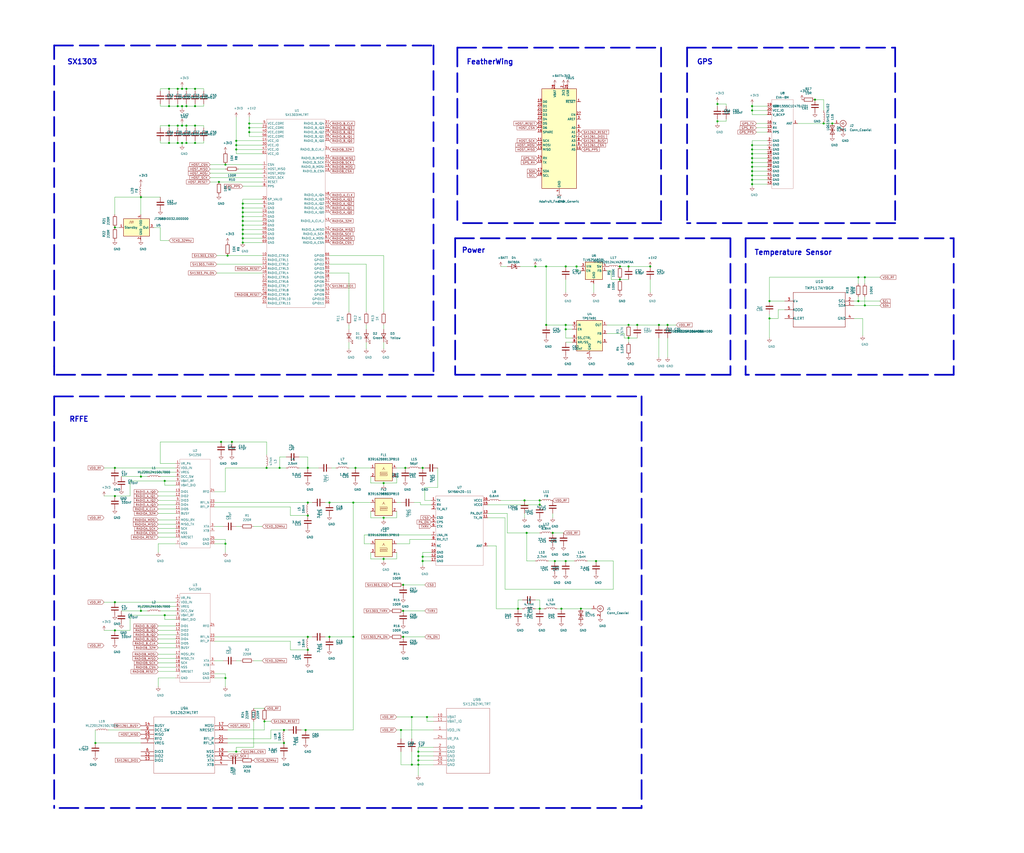
<source format=kicad_sch>
(kicad_sch (version 20201015) (generator eeschema)
  (page 1 1)
  (paper "User" 599.999 499.999)
  (title_block (title "SX1303 LoRa GW FeatherWing") (date "12/20/2020") (rev "v1") (comment 1 "Licensed under CERN-OHL-S v2"))
  (junction (at 55.88 435.61) (diameter 1.016))
  (junction (at 67.31 133.35) (diameter 1.016))
  (junction (at 67.31 274.32) (diameter 1.016))
  (junction (at 67.31 290.83) (diameter 1.016))
  (junction (at 67.31 353.06) (diameter 1.016))
  (junction (at 67.31 369.57) (diameter 1.016))
  (junction (at 82.55 115.57) (diameter 1.016))
  (junction (at 82.55 279.4) (diameter 1.016))
  (junction (at 82.55 358.14) (diameter 1.016))
  (junction (at 96.52 281.94) (diameter 1.016))
  (junction (at 96.52 360.68) (diameter 1.016))
  (junction (at 99.06 52.07) (diameter 1.016))
  (junction (at 99.06 62.23) (diameter 1.016))
  (junction (at 99.06 73.66) (diameter 1.016))
  (junction (at 99.06 83.82) (diameter 1.016))
  (junction (at 104.14 52.07) (diameter 1.016))
  (junction (at 104.14 62.23) (diameter 1.016))
  (junction (at 104.14 73.66) (diameter 1.016))
  (junction (at 104.14 83.82) (diameter 1.016))
  (junction (at 106.68 52.07) (diameter 1.016))
  (junction (at 106.68 62.23) (diameter 1.016))
  (junction (at 106.68 73.66) (diameter 1.016))
  (junction (at 106.68 83.82) (diameter 1.016))
  (junction (at 109.22 52.07) (diameter 1.016))
  (junction (at 109.22 62.23) (diameter 1.016))
  (junction (at 109.22 73.66) (diameter 1.016))
  (junction (at 109.22 83.82) (diameter 1.016))
  (junction (at 114.3 52.07) (diameter 1.016))
  (junction (at 114.3 62.23) (diameter 1.016))
  (junction (at 114.3 73.66) (diameter 1.016))
  (junction (at 114.3 83.82) (diameter 1.016))
  (junction (at 128.27 106.68) (diameter 1.016))
  (junction (at 129.54 259.08) (diameter 1.016))
  (junction (at 132.08 96.52) (diameter 1.016))
  (junction (at 132.08 318.77) (diameter 1.016))
  (junction (at 132.08 397.51) (diameter 1.016))
  (junction (at 133.35 149.86) (diameter 1.016))
  (junction (at 135.89 259.08) (diameter 1.016))
  (junction (at 138.43 82.55) (diameter 1.016))
  (junction (at 138.43 85.09) (diameter 1.016))
  (junction (at 138.43 87.63) (diameter 1.016))
  (junction (at 138.43 440.69) (diameter 1.016))
  (junction (at 142.24 119.38) (diameter 1.016))
  (junction (at 142.24 121.92) (diameter 1.016))
  (junction (at 142.24 124.46) (diameter 1.016))
  (junction (at 142.24 127) (diameter 1.016))
  (junction (at 142.24 129.54) (diameter 1.016))
  (junction (at 142.24 132.08) (diameter 1.016))
  (junction (at 142.24 134.62) (diameter 1.016))
  (junction (at 142.24 137.16) (diameter 1.016))
  (junction (at 142.24 139.7) (diameter 1.016))
  (junction (at 142.24 142.24) (diameter 1.016))
  (junction (at 146.05 72.39) (diameter 1.016))
  (junction (at 146.05 74.93) (diameter 1.016))
  (junction (at 146.05 77.47) (diameter 1.016))
  (junction (at 154.94 422.91) (diameter 1.016))
  (junction (at 156.21 274.32) (diameter 1.016))
  (junction (at 163.83 274.32) (diameter 1.016))
  (junction (at 166.37 427.99) (diameter 1.016))
  (junction (at 166.37 435.61) (diameter 1.016))
  (junction (at 179.07 427.99) (diameter 1.016))
  (junction (at 180.34 274.32) (diameter 1.016))
  (junction (at 180.34 294.64) (diameter 1.016))
  (junction (at 180.34 302.26) (diameter 1.016))
  (junction (at 180.34 373.38) (diameter 1.016))
  (junction (at 180.34 381) (diameter 1.016))
  (junction (at 193.04 294.64) (diameter 1.016))
  (junction (at 193.04 373.38) (diameter 1.016))
  (junction (at 207.01 294.64) (diameter 1.016))
  (junction (at 207.01 373.38) (diameter 1.016))
  (junction (at 208.28 274.32) (diameter 1.016))
  (junction (at 224.79 283.21) (diameter 1.016))
  (junction (at 224.79 303.53) (diameter 1.016))
  (junction (at 224.79 327.66) (diameter 1.016))
  (junction (at 234.95 427.99) (diameter 1.016))
  (junction (at 236.22 342.9) (diameter 1.016))
  (junction (at 236.22 358.14) (diameter 1.016))
  (junction (at 236.22 373.38) (diameter 1.016))
  (junction (at 237.49 274.32) (diameter 1.016))
  (junction (at 241.3 420.37) (diameter 1.016))
  (junction (at 241.3 448.31) (diameter 1.016))
  (junction (at 245.11 440.69) (diameter 1.016))
  (junction (at 245.11 443.23) (diameter 1.016))
  (junction (at 245.11 445.77) (diameter 1.016))
  (junction (at 245.11 448.31) (diameter 1.016))
  (junction (at 247.65 274.32) (diameter 1.016))
  (junction (at 247.65 326.39) (diameter 1.016))
  (junction (at 247.65 328.93) (diameter 1.016))
  (junction (at 250.19 420.37) (diameter 1.016))
  (junction (at 303.53 356.87) (diameter 1.016))
  (junction (at 307.34 293.37) (diameter 1.016))
  (junction (at 308.61 312.42) (diameter 1.016))
  (junction (at 313.69 156.21) (diameter 1.016))
  (junction (at 316.23 293.37) (diameter 1.016))
  (junction (at 316.23 295.91) (diameter 1.016))
  (junction (at 316.23 356.87) (diameter 1.016))
  (junction (at 320.04 156.21) (diameter 1.016))
  (junction (at 320.04 190.5) (diameter 1.016))
  (junction (at 323.85 312.42) (diameter 1.016))
  (junction (at 325.12 328.93) (diameter 1.016))
  (junction (at 328.93 356.87) (diameter 1.016))
  (junction (at 331.47 156.21) (diameter 1.016))
  (junction (at 331.47 190.5) (diameter 1.016))
  (junction (at 331.47 193.04) (diameter 1.016))
  (junction (at 331.47 328.93) (diameter 1.016))
  (junction (at 337.82 156.21) (diameter 1.016))
  (junction (at 340.36 356.87) (diameter 1.016))
  (junction (at 349.25 328.93) (diameter 1.016))
  (junction (at 363.22 156.21) (diameter 1.016))
  (junction (at 363.22 163.83) (diameter 1.016))
  (junction (at 368.3 156.21) (diameter 1.016))
  (junction (at 368.3 190.5) (diameter 1.016))
  (junction (at 368.3 198.12) (diameter 1.016))
  (junction (at 373.38 190.5) (diameter 1.016))
  (junction (at 381 156.21) (diameter 1.016))
  (junction (at 386.08 190.5) (diameter 1.016))
  (junction (at 391.16 190.5) (diameter 1.016))
  (junction (at 420.37 60.96) (diameter 1.016))
  (junction (at 420.37 71.12) (diameter 1.016))
  (junction (at 440.69 62.23) (diameter 1.016))
  (junction (at 440.69 64.77) (diameter 1.016))
  (junction (at 440.69 85.09) (diameter 1.016))
  (junction (at 440.69 87.63) (diameter 1.016))
  (junction (at 440.69 90.17) (diameter 1.016))
  (junction (at 440.69 92.71) (diameter 1.016))
  (junction (at 440.69 95.25) (diameter 1.016))
  (junction (at 440.69 97.79) (diameter 1.016))
  (junction (at 440.69 100.33) (diameter 1.016))
  (junction (at 440.69 102.87) (diameter 1.016))
  (junction (at 440.69 105.41) (diameter 1.016))
  (junction (at 440.69 107.95) (diameter 1.016))
  (junction (at 450.85 176.53) (diameter 1.016))
  (junction (at 450.85 186.69) (diameter 1.016))
  (junction (at 477.52 58.42) (diameter 1.016))
  (junction (at 482.6 72.39) (diameter 1.016))
  (junction (at 487.68 72.39) (diameter 1.016))
  (junction (at 502.92 162.56) (diameter 1.016))
  (junction (at 502.92 176.53) (diameter 1.016))
  (junction (at 506.73 162.56) (diameter 1.016))
  (junction (at 506.73 179.07) (diameter 1.016))
  (wire (pts (xy 55.88 435.61) (xy 55.88 427.99)))
  (wire (pts (xy 60.96 274.32) (xy 67.31 274.32)))
  (wire (pts (xy 60.96 290.83) (xy 67.31 290.83)))
  (wire (pts (xy 60.96 353.06) (xy 67.31 353.06)))
  (wire (pts (xy 60.96 369.57) (xy 67.31 369.57)))
  (wire (pts (xy 67.31 115.57) (xy 82.55 115.57)))
  (wire (pts (xy 67.31 125.73) (xy 67.31 115.57)))
  (wire (pts (xy 67.31 133.35) (xy 69.85 133.35)))
  (wire (pts (xy 67.31 274.32) (xy 102.87 274.32)))
  (wire (pts (xy 67.31 290.83) (xy 76.2 290.83)))
  (wire (pts (xy 67.31 353.06) (xy 102.87 353.06)))
  (wire (pts (xy 67.31 369.57) (xy 76.2 369.57)))
  (wire (pts (xy 71.12 279.4) (xy 82.55 279.4)))
  (wire (pts (xy 71.12 358.14) (xy 82.55 358.14)))
  (wire (pts (xy 76.2 281.94) (xy 76.2 290.83)))
  (wire (pts (xy 76.2 360.68) (xy 76.2 369.57)))
  (wire (pts (xy 82.55 115.57) (xy 82.55 125.73)))
  (wire (pts (xy 82.55 115.57) (xy 93.98 115.57)))
  (wire (pts (xy 82.55 276.86) (xy 82.55 279.4)))
  (wire (pts (xy 82.55 279.4) (xy 86.36 279.4)))
  (wire (pts (xy 82.55 355.6) (xy 82.55 358.14)))
  (wire (pts (xy 82.55 358.14) (xy 86.36 358.14)))
  (wire (pts (xy 82.55 427.99) (xy 63.5 427.99)))
  (wire (pts (xy 82.55 435.61) (xy 55.88 435.61)))
  (wire (pts (xy 90.17 133.35) (xy 93.98 133.35)))
  (wire (pts (xy 92.71 288.29) (xy 102.87 288.29)))
  (wire (pts (xy 92.71 290.83) (xy 102.87 290.83)))
  (wire (pts (xy 92.71 293.37) (xy 102.87 293.37)))
  (wire (pts (xy 92.71 295.91) (xy 102.87 295.91)))
  (wire (pts (xy 92.71 298.45) (xy 102.87 298.45)))
  (wire (pts (xy 92.71 300.99) (xy 102.87 300.99)))
  (wire (pts (xy 92.71 304.8) (xy 102.87 304.8)))
  (wire (pts (xy 92.71 307.34) (xy 102.87 307.34)))
  (wire (pts (xy 92.71 309.88) (xy 102.87 309.88)))
  (wire (pts (xy 92.71 312.42) (xy 102.87 312.42)))
  (wire (pts (xy 92.71 314.96) (xy 102.87 314.96)))
  (wire (pts (xy 92.71 318.77) (xy 92.71 323.85)))
  (wire (pts (xy 92.71 367.03) (xy 102.87 367.03)))
  (wire (pts (xy 92.71 369.57) (xy 102.87 369.57)))
  (wire (pts (xy 92.71 372.11) (xy 102.87 372.11)))
  (wire (pts (xy 92.71 374.65) (xy 102.87 374.65)))
  (wire (pts (xy 92.71 377.19) (xy 102.87 377.19)))
  (wire (pts (xy 92.71 379.73) (xy 102.87 379.73)))
  (wire (pts (xy 92.71 383.54) (xy 102.87 383.54)))
  (wire (pts (xy 92.71 386.08) (xy 102.87 386.08)))
  (wire (pts (xy 92.71 388.62) (xy 102.87 388.62)))
  (wire (pts (xy 92.71 391.16) (xy 102.87 391.16)))
  (wire (pts (xy 92.71 393.7) (xy 102.87 393.7)))
  (wire (pts (xy 92.71 397.51) (xy 92.71 402.59)))
  (wire (pts (xy 93.98 52.07) (xy 93.98 53.34)))
  (wire (pts (xy 93.98 60.96) (xy 93.98 62.23)))
  (wire (pts (xy 93.98 62.23) (xy 99.06 62.23)))
  (wire (pts (xy 93.98 73.66) (xy 93.98 74.93)))
  (wire (pts (xy 93.98 82.55) (xy 93.98 83.82)))
  (wire (pts (xy 93.98 83.82) (xy 99.06 83.82)))
  (wire (pts (xy 93.98 140.97) (xy 93.98 133.35)))
  (wire (pts (xy 93.98 259.08) (xy 129.54 259.08)))
  (wire (pts (xy 93.98 271.78) (xy 93.98 259.08)))
  (wire (pts (xy 93.98 279.4) (xy 102.87 279.4)))
  (wire (pts (xy 93.98 358.14) (xy 102.87 358.14)))
  (wire (pts (xy 96.52 281.94) (xy 76.2 281.94)))
  (wire (pts (xy 96.52 284.48) (xy 96.52 281.94)))
  (wire (pts (xy 96.52 360.68) (xy 76.2 360.68)))
  (wire (pts (xy 96.52 363.22) (xy 96.52 360.68)))
  (wire (pts (xy 99.06 52.07) (xy 93.98 52.07)))
  (wire (pts (xy 99.06 52.07) (xy 104.14 52.07)))
  (wire (pts (xy 99.06 53.34) (xy 99.06 52.07)))
  (wire (pts (xy 99.06 60.96) (xy 99.06 62.23)))
  (wire (pts (xy 99.06 62.23) (xy 104.14 62.23)))
  (wire (pts (xy 99.06 73.66) (xy 93.98 73.66)))
  (wire (pts (xy 99.06 73.66) (xy 104.14 73.66)))
  (wire (pts (xy 99.06 74.93) (xy 99.06 73.66)))
  (wire (pts (xy 99.06 82.55) (xy 99.06 83.82)))
  (wire (pts (xy 99.06 83.82) (xy 104.14 83.82)))
  (wire (pts (xy 99.06 140.97) (xy 93.98 140.97)))
  (wire (pts (xy 102.87 271.78) (xy 93.98 271.78)))
  (wire (pts (xy 102.87 276.86) (xy 82.55 276.86)))
  (wire (pts (xy 102.87 281.94) (xy 96.52 281.94)))
  (wire (pts (xy 102.87 284.48) (xy 96.52 284.48)))
  (wire (pts (xy 102.87 318.77) (xy 92.71 318.77)))
  (wire (pts (xy 102.87 355.6) (xy 82.55 355.6)))
  (wire (pts (xy 102.87 360.68) (xy 96.52 360.68)))
  (wire (pts (xy 102.87 363.22) (xy 96.52 363.22)))
  (wire (pts (xy 102.87 397.51) (xy 92.71 397.51)))
  (wire (pts (xy 104.14 52.07) (xy 104.14 53.34)))
  (wire (pts (xy 104.14 52.07) (xy 106.68 52.07)))
  (wire (pts (xy 104.14 60.96) (xy 104.14 62.23)))
  (wire (pts (xy 104.14 62.23) (xy 106.68 62.23)))
  (wire (pts (xy 104.14 73.66) (xy 104.14 74.93)))
  (wire (pts (xy 104.14 73.66) (xy 106.68 73.66)))
  (wire (pts (xy 104.14 82.55) (xy 104.14 83.82)))
  (wire (pts (xy 104.14 83.82) (xy 106.68 83.82)))
  (wire (pts (xy 106.68 50.8) (xy 106.68 52.07)))
  (wire (pts (xy 106.68 52.07) (xy 109.22 52.07)))
  (wire (pts (xy 106.68 62.23) (xy 106.68 63.5)))
  (wire (pts (xy 106.68 62.23) (xy 109.22 62.23)))
  (wire (pts (xy 106.68 72.39) (xy 106.68 73.66)))
  (wire (pts (xy 106.68 73.66) (xy 109.22 73.66)))
  (wire (pts (xy 106.68 83.82) (xy 106.68 85.09)))
  (wire (pts (xy 106.68 83.82) (xy 109.22 83.82)))
  (wire (pts (xy 109.22 52.07) (xy 109.22 53.34)))
  (wire (pts (xy 109.22 52.07) (xy 114.3 52.07)))
  (wire (pts (xy 109.22 60.96) (xy 109.22 62.23)))
  (wire (pts (xy 109.22 62.23) (xy 114.3 62.23)))
  (wire (pts (xy 109.22 73.66) (xy 109.22 74.93)))
  (wire (pts (xy 109.22 73.66) (xy 114.3 73.66)))
  (wire (pts (xy 109.22 82.55) (xy 109.22 83.82)))
  (wire (pts (xy 109.22 83.82) (xy 114.3 83.82)))
  (wire (pts (xy 114.3 52.07) (xy 114.3 53.34)))
  (wire (pts (xy 114.3 52.07) (xy 119.38 52.07)))
  (wire (pts (xy 114.3 62.23) (xy 114.3 60.96)))
  (wire (pts (xy 114.3 62.23) (xy 119.38 62.23)))
  (wire (pts (xy 114.3 73.66) (xy 114.3 74.93)))
  (wire (pts (xy 114.3 73.66) (xy 119.38 73.66)))
  (wire (pts (xy 114.3 83.82) (xy 114.3 82.55)))
  (wire (pts (xy 119.38 52.07) (xy 119.38 53.34)))
  (wire (pts (xy 119.38 62.23) (xy 119.38 60.96)))
  (wire (pts (xy 119.38 73.66) (xy 119.38 74.93)))
  (wire (pts (xy 119.38 82.55) (xy 119.38 83.82)))
  (wire (pts (xy 119.38 83.82) (xy 114.3 83.82)))
  (wire (pts (xy 123.19 96.52) (xy 132.08 96.52)))
  (wire (pts (xy 123.19 99.06) (xy 132.08 99.06)))
  (wire (pts (xy 123.19 101.6) (xy 153.67 101.6)))
  (wire (pts (xy 123.19 104.14) (xy 153.67 104.14)))
  (wire (pts (xy 123.19 106.68) (xy 128.27 106.68)))
  (wire (pts (xy 125.73 288.29) (xy 132.08 288.29)))
  (wire (pts (xy 125.73 294.64) (xy 180.34 294.64)))
  (wire (pts (xy 125.73 297.18) (xy 170.18 297.18)))
  (wire (pts (xy 125.73 308.61) (xy 130.81 308.61)))
  (wire (pts (xy 125.73 316.23) (xy 132.08 316.23)))
  (wire (pts (xy 125.73 318.77) (xy 132.08 318.77)))
  (wire (pts (xy 125.73 373.38) (xy 180.34 373.38)))
  (wire (pts (xy 125.73 375.92) (xy 170.18 375.92)))
  (wire (pts (xy 125.73 387.35) (xy 130.81 387.35)))
  (wire (pts (xy 125.73 394.97) (xy 132.08 394.97)))
  (wire (pts (xy 125.73 397.51) (xy 132.08 397.51)))
  (wire (pts (xy 127 149.86) (xy 133.35 149.86)))
  (wire (pts (xy 127 154.94) (xy 153.67 154.94)))
  (wire (pts (xy 127 160.02) (xy 153.67 160.02)))
  (wire (pts (xy 128.27 106.68) (xy 153.67 106.68)))
  (wire (pts (xy 129.54 259.08) (xy 135.89 259.08)))
  (wire (pts (xy 132.08 96.52) (xy 153.67 96.52)))
  (wire (pts (xy 132.08 274.32) (xy 156.21 274.32)))
  (wire (pts (xy 132.08 288.29) (xy 132.08 274.32)))
  (wire (pts (xy 132.08 316.23) (xy 132.08 318.77)))
  (wire (pts (xy 132.08 318.77) (xy 132.08 323.85)))
  (wire (pts (xy 132.08 394.97) (xy 132.08 397.51)))
  (wire (pts (xy 132.08 397.51) (xy 132.08 402.59)))
  (wire (pts (xy 133.35 149.86) (xy 153.67 149.86)))
  (wire (pts (xy 133.35 427.99) (xy 154.94 427.99)))
  (wire (pts (xy 133.35 433.07) (xy 158.75 433.07)))
  (wire (pts (xy 135.89 259.08) (xy 156.21 259.08)))
  (wire (pts (xy 138.43 82.55) (xy 138.43 68.58)))
  (wire (pts (xy 138.43 85.09) (xy 138.43 82.55)))
  (wire (pts (xy 138.43 87.63) (xy 138.43 85.09)))
  (wire (pts (xy 138.43 90.17) (xy 138.43 87.63)))
  (wire (pts (xy 138.43 308.61) (xy 140.97 308.61)))
  (wire (pts (xy 138.43 387.35) (xy 140.97 387.35)))
  (wire (pts (xy 138.43 438.15) (xy 138.43 440.69)))
  (wire (pts (xy 138.43 440.69) (xy 133.35 440.69)))
  (wire (pts (xy 139.7 99.06) (xy 153.67 99.06)))
  (wire (pts (xy 140.97 440.69) (xy 138.43 440.69)))
  (wire (pts (xy 142.24 109.22) (xy 153.67 109.22)))
  (wire (pts (xy 142.24 116.84) (xy 142.24 119.38)))
  (wire (pts (xy 142.24 119.38) (xy 142.24 121.92)))
  (wire (pts (xy 142.24 121.92) (xy 142.24 124.46)))
  (wire (pts (xy 142.24 121.92) (xy 153.67 121.92)))
  (wire (pts (xy 142.24 124.46) (xy 142.24 127)))
  (wire (pts (xy 142.24 124.46) (xy 153.67 124.46)))
  (wire (pts (xy 142.24 127) (xy 142.24 129.54)))
  (wire (pts (xy 142.24 127) (xy 153.67 127)))
  (wire (pts (xy 142.24 129.54) (xy 142.24 132.08)))
  (wire (pts (xy 142.24 129.54) (xy 153.67 129.54)))
  (wire (pts (xy 142.24 132.08) (xy 142.24 134.62)))
  (wire (pts (xy 142.24 132.08) (xy 153.67 132.08)))
  (wire (pts (xy 142.24 134.62) (xy 142.24 137.16)))
  (wire (pts (xy 142.24 134.62) (xy 153.67 134.62)))
  (wire (pts (xy 142.24 137.16) (xy 142.24 139.7)))
  (wire (pts (xy 142.24 137.16) (xy 153.67 137.16)))
  (wire (pts (xy 142.24 139.7) (xy 142.24 142.24)))
  (wire (pts (xy 142.24 139.7) (xy 153.67 139.7)))
  (wire (pts (xy 142.24 142.24) (xy 153.67 142.24)))
  (wire (pts (xy 146.05 72.39) (xy 146.05 68.58)))
  (wire (pts (xy 146.05 74.93) (xy 146.05 72.39)))
  (wire (pts (xy 146.05 77.47) (xy 146.05 74.93)))
  (wire (pts (xy 146.05 80.01) (xy 146.05 77.47)))
  (wire (pts (xy 148.59 308.61) (xy 153.67 308.61)))
  (wire (pts (xy 148.59 387.35) (xy 153.67 387.35)))
  (wire (pts (xy 148.59 422.91) (xy 148.59 438.15)))
  (wire (pts (xy 148.59 438.15) (xy 138.43 438.15)))
  (wire (pts (xy 153.67 72.39) (xy 146.05 72.39)))
  (wire (pts (xy 153.67 74.93) (xy 146.05 74.93)))
  (wire (pts (xy 153.67 77.47) (xy 146.05 77.47)))
  (wire (pts (xy 153.67 80.01) (xy 146.05 80.01)))
  (wire (pts (xy 153.67 82.55) (xy 138.43 82.55)))
  (wire (pts (xy 153.67 85.09) (xy 138.43 85.09)))
  (wire (pts (xy 153.67 87.63) (xy 138.43 87.63)))
  (wire (pts (xy 153.67 90.17) (xy 138.43 90.17)))
  (wire (pts (xy 153.67 116.84) (xy 142.24 116.84)))
  (wire (pts (xy 153.67 119.38) (xy 142.24 119.38)))
  (wire (pts (xy 154.94 415.29) (xy 148.59 415.29)))
  (wire (pts (xy 154.94 427.99) (xy 154.94 422.91)))
  (wire (pts (xy 156.21 259.08) (xy 156.21 266.7)))
  (wire (pts (xy 156.21 274.32) (xy 163.83 274.32)))
  (wire (pts (xy 158.75 422.91) (xy 154.94 422.91)))
  (wire (pts (xy 158.75 427.99) (xy 166.37 427.99)))
  (wire (pts (xy 158.75 433.07) (xy 158.75 427.99)))
  (wire (pts (xy 163.83 267.97) (xy 163.83 274.32)))
  (wire (pts (xy 163.83 274.32) (xy 167.64 274.32)))
  (wire (pts (xy 166.37 427.99) (xy 168.91 427.99)))
  (wire (pts (xy 166.37 435.61) (xy 133.35 435.61)))
  (wire (pts (xy 167.64 267.97) (xy 163.83 267.97)))
  (wire (pts (xy 170.18 297.18) (xy 170.18 302.26)))
  (wire (pts (xy 170.18 302.26) (xy 180.34 302.26)))
  (wire (pts (xy 170.18 375.92) (xy 170.18 381)))
  (wire (pts (xy 170.18 381) (xy 180.34 381)))
  (wire (pts (xy 175.26 267.97) (xy 180.34 267.97)))
  (wire (pts (xy 175.26 274.32) (xy 180.34 274.32)))
  (wire (pts (xy 176.53 427.99) (xy 179.07 427.99)))
  (wire (pts (xy 179.07 427.99) (xy 207.01 427.99)))
  (wire (pts (xy 180.34 267.97) (xy 180.34 274.32)))
  (wire (pts (xy 180.34 274.32) (xy 186.69 274.32)))
  (wire (pts (xy 180.34 294.64) (xy 182.88 294.64)))
  (wire (pts (xy 180.34 373.38) (xy 182.88 373.38)))
  (wire (pts (xy 190.5 294.64) (xy 193.04 294.64)))
  (wire (pts (xy 190.5 373.38) (xy 193.04 373.38)))
  (wire (pts (xy 193.04 149.86) (xy 224.79 149.86)))
  (wire (pts (xy 193.04 154.94) (xy 214.63 154.94)))
  (wire (pts (xy 193.04 160.02) (xy 204.47 160.02)))
  (wire (pts (xy 193.04 294.64) (xy 207.01 294.64)))
  (wire (pts (xy 193.04 373.38) (xy 207.01 373.38)))
  (wire (pts (xy 194.31 274.32) (xy 196.85 274.32)))
  (wire (pts (xy 204.47 160.02) (xy 204.47 182.88)))
  (wire (pts (xy 204.47 190.5) (xy 204.47 193.04)))
  (wire (pts (xy 204.47 200.66) (xy 204.47 204.47)))
  (wire (pts (xy 204.47 274.32) (xy 208.28 274.32)))
  (wire (pts (xy 207.01 294.64) (xy 207.01 373.38)))
  (wire (pts (xy 207.01 294.64) (xy 217.17 294.64)))
  (wire (pts (xy 207.01 373.38) (xy 207.01 427.99)))
  (wire (pts (xy 208.28 274.32) (xy 217.17 274.32)))
  (wire (pts (xy 213.36 313.69) (xy 252.73 313.69)))
  (wire (pts (xy 213.36 318.77) (xy 213.36 313.69)))
  (wire (pts (xy 214.63 154.94) (xy 214.63 182.88)))
  (wire (pts (xy 214.63 190.5) (xy 214.63 193.04)))
  (wire (pts (xy 214.63 200.66) (xy 214.63 204.47)))
  (wire (pts (xy 217.17 283.21) (xy 217.17 279.4)))
  (wire (pts (xy 217.17 299.72) (xy 217.17 303.53)))
  (wire (pts (xy 217.17 303.53) (xy 224.79 303.53)))
  (wire (pts (xy 217.17 318.77) (xy 213.36 318.77)))
  (wire (pts (xy 217.17 323.85) (xy 217.17 327.66)))
  (wire (pts (xy 217.17 327.66) (xy 224.79 327.66)))
  (wire (pts (xy 224.79 149.86) (xy 224.79 182.88)))
  (wire (pts (xy 224.79 190.5) (xy 224.79 193.04)))
  (wire (pts (xy 224.79 200.66) (xy 224.79 204.47)))
  (wire (pts (xy 224.79 283.21) (xy 217.17 283.21)))
  (wire (pts (xy 224.79 283.21) (xy 224.79 284.48)))
  (wire (pts (xy 224.79 303.53) (xy 224.79 304.8)))
  (wire (pts (xy 224.79 303.53) (xy 232.41 303.53)))
  (wire (pts (xy 224.79 327.66) (xy 224.79 328.93)))
  (wire (pts (xy 224.79 327.66) (xy 232.41 327.66)))
  (wire (pts (xy 232.41 274.32) (xy 237.49 274.32)))
  (wire (pts (xy 232.41 279.4) (xy 232.41 283.21)))
  (wire (pts (xy 232.41 283.21) (xy 224.79 283.21)))
  (wire (pts (xy 232.41 294.64) (xy 234.95 294.64)))
  (wire (pts (xy 232.41 303.53) (xy 232.41 299.72)))
  (wire (pts (xy 232.41 323.85) (xy 232.41 327.66)))
  (wire (pts (xy 232.41 420.37) (xy 241.3 420.37)))
  (wire (pts (xy 232.41 427.99) (xy 234.95 427.99)))
  (wire (pts (xy 234.95 427.99) (xy 234.95 433.07)))
  (wire (pts (xy 234.95 427.99) (xy 254 427.99)))
  (wire (pts (xy 234.95 440.69) (xy 234.95 448.31)))
  (wire (pts (xy 234.95 448.31) (xy 241.3 448.31)))
  (wire (pts (xy 236.22 342.9) (xy 248.92 342.9)))
  (wire (pts (xy 236.22 358.14) (xy 248.92 358.14)))
  (wire (pts (xy 236.22 373.38) (xy 248.92 373.38)))
  (wire (pts (xy 237.49 274.32) (xy 238.76 274.32)))
  (wire (pts (xy 240.03 316.23) (xy 240.03 318.77)))
  (wire (pts (xy 240.03 318.77) (xy 232.41 318.77)))
  (wire (pts (xy 241.3 420.37) (xy 241.3 433.07)))
  (wire (pts (xy 241.3 420.37) (xy 250.19 420.37)))
  (wire (pts (xy 241.3 440.69) (xy 241.3 448.31)))
  (wire (pts (xy 241.3 448.31) (xy 245.11 448.31)))
  (wire (pts (xy 245.11 438.15) (xy 245.11 440.69)))
  (wire (pts (xy 245.11 440.69) (xy 245.11 443.23)))
  (wire (pts (xy 245.11 440.69) (xy 254 440.69)))
  (wire (pts (xy 245.11 443.23) (xy 245.11 445.77)))
  (wire (pts (xy 245.11 443.23) (xy 254 443.23)))
  (wire (pts (xy 245.11 445.77) (xy 245.11 448.31)))
  (wire (pts (xy 245.11 445.77) (xy 254 445.77)))
  (wire (pts (xy 245.11 448.31) (xy 245.11 454.66)))
  (wire (pts (xy 245.11 448.31) (xy 254 448.31)))
  (wire (pts (xy 246.38 274.32) (xy 247.65 274.32)))
  (wire (pts (xy 246.38 294.64) (xy 242.57 294.64)))
  (wire (pts (xy 246.38 295.91) (xy 246.38 294.64)))
  (wire (pts (xy 247.65 274.32) (xy 248.92 274.32)))
  (wire (pts (xy 247.65 323.85) (xy 247.65 326.39)))
  (wire (pts (xy 247.65 326.39) (xy 247.65 328.93)))
  (wire (pts (xy 247.65 326.39) (xy 252.73 326.39)))
  (wire (pts (xy 247.65 328.93) (xy 247.65 331.47)))
  (wire (pts (xy 247.65 328.93) (xy 252.73 328.93)))
  (wire (pts (xy 248.92 285.75) (xy 248.92 293.37)))
  (wire (pts (xy 248.92 293.37) (xy 252.73 293.37)))
  (wire (pts (xy 250.19 420.37) (xy 254 420.37)))
  (wire (pts (xy 250.19 422.91) (xy 250.19 420.37)))
  (wire (pts (xy 252.73 295.91) (xy 246.38 295.91)))
  (wire (pts (xy 252.73 316.23) (xy 240.03 316.23)))
  (wire (pts (xy 252.73 323.85) (xy 247.65 323.85)))
  (wire (pts (xy 254 422.91) (xy 250.19 422.91)))
  (wire (pts (xy 254 438.15) (xy 245.11 438.15)))
  (wire (pts (xy 256.54 274.32) (xy 256.54 285.75)))
  (wire (pts (xy 256.54 285.75) (xy 248.92 285.75)))
  (wire (pts (xy 285.75 295.91) (xy 316.23 295.91)))
  (wire (pts (xy 285.75 300.99) (xy 297.18 300.99)))
  (wire (pts (xy 285.75 303.53) (xy 295.91 303.53)))
  (wire (pts (xy 285.75 320.04) (xy 290.83 320.04)))
  (wire (pts (xy 290.83 320.04) (xy 290.83 356.87)))
  (wire (pts (xy 290.83 356.87) (xy 303.53 356.87)))
  (wire (pts (xy 293.37 156.21) (xy 297.18 156.21)))
  (wire (pts (xy 293.37 293.37) (xy 307.34 293.37)))
  (wire (pts (xy 295.91 303.53) (xy 295.91 345.44)))
  (wire (pts (xy 295.91 345.44) (xy 359.41 345.44)))
  (wire (pts (xy 297.18 300.99) (xy 297.18 312.42)))
  (wire (pts (xy 297.18 312.42) (xy 308.61 312.42)))
  (wire (pts (xy 303.53 351.79) (xy 303.53 356.87)))
  (wire (pts (xy 303.53 356.87) (xy 306.07 356.87)))
  (wire (pts (xy 304.8 156.21) (xy 313.69 156.21)))
  (wire (pts (xy 306.07 351.79) (xy 303.53 351.79)))
  (wire (pts (xy 307.34 293.37) (xy 316.23 293.37)))
  (wire (pts (xy 307.34 300.99) (xy 307.34 303.53)))
  (wire (pts (xy 308.61 312.42) (xy 308.61 328.93)))
  (wire (pts (xy 308.61 312.42) (xy 316.23 312.42)))
  (wire (pts (xy 308.61 328.93) (xy 313.69 328.93)))
  (wire (pts (xy 313.69 156.21) (xy 320.04 156.21)))
  (wire (pts (xy 313.69 351.79) (xy 316.23 351.79)))
  (wire (pts (xy 313.69 356.87) (xy 316.23 356.87)))
  (wire (pts (xy 316.23 293.37) (xy 316.23 295.91)))
  (wire (pts (xy 316.23 351.79) (xy 316.23 356.87)))
  (wire (pts (xy 316.23 356.87) (xy 318.77 356.87)))
  (wire (pts (xy 320.04 156.21) (xy 320.04 190.5)))
  (wire (pts (xy 320.04 156.21) (xy 331.47 156.21)))
  (wire (pts (xy 321.31 328.93) (xy 325.12 328.93)))
  (wire (pts (xy 323.85 300.99) (xy 323.85 303.53)))
  (wire (pts (xy 323.85 312.42) (xy 330.2 312.42)))
  (wire (pts (xy 325.12 328.93) (xy 331.47 328.93)))
  (wire (pts (xy 326.39 356.87) (xy 328.93 356.87)))
  (wire (pts (xy 328.93 356.87) (xy 340.36 356.87)))
  (wire (pts (xy 331.47 156.21) (xy 337.82 156.21)))
  (wire (pts (xy 331.47 163.83) (xy 331.47 171.45)))
  (wire (pts (xy 331.47 190.5) (xy 320.04 190.5)))
  (wire (pts (xy 331.47 190.5) (xy 335.28 190.5)))
  (wire (pts (xy 331.47 193.04) (xy 331.47 190.5)))
  (wire (pts (xy 331.47 193.04) (xy 335.28 193.04)))
  (wire (pts (xy 331.47 198.12) (xy 331.47 193.04)))
  (wire (pts (xy 331.47 200.66) (xy 335.28 200.66)))
  (wire (pts (xy 331.47 328.93) (xy 336.55 328.93)))
  (wire (pts (xy 335.28 198.12) (xy 331.47 198.12)))
  (wire (pts (xy 337.82 156.21) (xy 340.36 156.21)))
  (wire (pts (xy 337.82 158.75) (xy 337.82 156.21)))
  (wire (pts (xy 340.36 158.75) (xy 337.82 158.75)))
  (wire (pts (xy 340.36 356.87) (xy 346.71 356.87)))
  (wire (pts (xy 344.17 328.93) (xy 349.25 328.93)))
  (wire (pts (xy 347.98 166.37) (xy 347.98 171.45)))
  (wire (pts (xy 355.6 158.75) (xy 358.14 158.75)))
  (wire (pts (xy 355.6 190.5) (xy 368.3 190.5)))
  (wire (pts (xy 355.6 195.58) (xy 365.76 195.58)))
  (wire (pts (xy 358.14 158.75) (xy 358.14 163.83)))
  (wire (pts (xy 358.14 163.83) (xy 363.22 163.83)))
  (wire (pts (xy 359.41 328.93) (xy 349.25 328.93)))
  (wire (pts (xy 359.41 345.44) (xy 359.41 328.93)))
  (wire (pts (xy 363.22 156.21) (xy 368.3 156.21)))
  (wire (pts (xy 363.22 163.83) (xy 368.3 163.83)))
  (wire (pts (xy 365.76 195.58) (xy 365.76 198.12)))
  (wire (pts (xy 365.76 198.12) (xy 368.3 198.12)))
  (wire (pts (xy 368.3 156.21) (xy 381 156.21)))
  (wire (pts (xy 368.3 190.5) (xy 373.38 190.5)))
  (wire (pts (xy 368.3 198.12) (xy 368.3 200.66)))
  (wire (pts (xy 368.3 198.12) (xy 373.38 198.12)))
  (wire (pts (xy 373.38 190.5) (xy 386.08 190.5)))
  (wire (pts (xy 381 163.83) (xy 381 171.45)))
  (wire (pts (xy 386.08 190.5) (xy 391.16 190.5)))
  (wire (pts (xy 386.08 198.12) (xy 386.08 209.55)))
  (wire (pts (xy 391.16 190.5) (xy 396.24 190.5)))
  (wire (pts (xy 391.16 198.12) (xy 391.16 209.55)))
  (wire (pts (xy 420.37 59.69) (xy 420.37 60.96)))
  (wire (pts (xy 420.37 60.96) (xy 420.37 62.23)))
  (wire (pts (xy 420.37 60.96) (xy 425.45 60.96)))
  (wire (pts (xy 420.37 69.85) (xy 420.37 71.12)))
  (wire (pts (xy 420.37 71.12) (xy 420.37 72.39)))
  (wire (pts (xy 420.37 71.12) (xy 425.45 71.12)))
  (wire (pts (xy 425.45 60.96) (xy 425.45 62.23)))
  (wire (pts (xy 425.45 71.12) (xy 425.45 69.85)))
  (wire (pts (xy 440.69 62.23) (xy 440.69 60.96)))
  (wire (pts (xy 440.69 64.77) (xy 440.69 62.23)))
  (wire (pts (xy 440.69 67.31) (xy 440.69 64.77)))
  (wire (pts (xy 440.69 82.55) (xy 440.69 85.09)))
  (wire (pts (xy 440.69 85.09) (xy 440.69 87.63)))
  (wire (pts (xy 440.69 85.09) (xy 449.58 85.09)))
  (wire (pts (xy 440.69 87.63) (xy 440.69 90.17)))
  (wire (pts (xy 440.69 87.63) (xy 449.58 87.63)))
  (wire (pts (xy 440.69 90.17) (xy 440.69 92.71)))
  (wire (pts (xy 440.69 90.17) (xy 449.58 90.17)))
  (wire (pts (xy 440.69 92.71) (xy 440.69 95.25)))
  (wire (pts (xy 440.69 92.71) (xy 449.58 92.71)))
  (wire (pts (xy 440.69 95.25) (xy 440.69 97.79)))
  (wire (pts (xy 440.69 95.25) (xy 449.58 95.25)))
  (wire (pts (xy 440.69 97.79) (xy 440.69 100.33)))
  (wire (pts (xy 440.69 97.79) (xy 449.58 97.79)))
  (wire (pts (xy 440.69 100.33) (xy 440.69 102.87)))
  (wire (pts (xy 440.69 100.33) (xy 449.58 100.33)))
  (wire (pts (xy 440.69 102.87) (xy 440.69 105.41)))
  (wire (pts (xy 440.69 102.87) (xy 449.58 102.87)))
  (wire (pts (xy 440.69 105.41) (xy 440.69 107.95)))
  (wire (pts (xy 440.69 105.41) (xy 449.58 105.41)))
  (wire (pts (xy 440.69 107.95) (xy 440.69 109.22)))
  (wire (pts (xy 440.69 107.95) (xy 449.58 107.95)))
  (wire (pts (xy 443.23 72.39) (xy 449.58 72.39)))
  (wire (pts (xy 443.23 74.93) (xy 449.58 74.93)))
  (wire (pts (xy 443.23 77.47) (xy 449.58 77.47)))
  (wire (pts (xy 449.58 62.23) (xy 440.69 62.23)))
  (wire (pts (xy 449.58 64.77) (xy 440.69 64.77)))
  (wire (pts (xy 449.58 67.31) (xy 440.69 67.31)))
  (wire (pts (xy 449.58 82.55) (xy 440.69 82.55)))
  (wire (pts (xy 450.85 162.56) (xy 450.85 176.53)))
  (wire (pts (xy 450.85 184.15) (xy 450.85 186.69)))
  (wire (pts (xy 450.85 186.69) (xy 450.85 198.12)))
  (wire (pts (xy 455.93 181.61) (xy 455.93 186.69)))
  (wire (pts (xy 455.93 186.69) (xy 450.85 186.69)))
  (wire (pts (xy 459.74 176.53) (xy 450.85 176.53)))
  (wire (pts (xy 459.74 181.61) (xy 455.93 181.61)))
  (wire (pts (xy 467.36 72.39) (xy 482.6 72.39)))
  (wire (pts (xy 477.52 58.42) (xy 482.6 58.42)))
  (wire (pts (xy 482.6 58.42) (xy 482.6 64.77)))
  (wire (pts (xy 482.6 72.39) (xy 487.68 72.39)))
  (wire (pts (xy 487.68 72.39) (xy 488.95 72.39)))
  (wire (pts (xy 500.38 176.53) (xy 502.92 176.53)))
  (wire (pts (xy 500.38 179.07) (xy 506.73 179.07)))
  (wire (pts (xy 500.38 186.69) (xy 505.46 186.69)))
  (wire (pts (xy 502.92 162.56) (xy 450.85 162.56)))
  (wire (pts (xy 502.92 162.56) (xy 502.92 166.37)))
  (wire (pts (xy 502.92 173.99) (xy 502.92 176.53)))
  (wire (pts (xy 502.92 176.53) (xy 515.62 176.53)))
  (wire (pts (xy 505.46 186.69) (xy 505.46 196.85)))
  (wire (pts (xy 506.73 162.56) (xy 502.92 162.56)))
  (wire (pts (xy 506.73 162.56) (xy 506.73 166.37)))
  (wire (pts (xy 506.73 173.99) (xy 506.73 179.07)))
  (wire (pts (xy 506.73 179.07) (xy 515.62 179.07)))
  (wire (pts (xy 515.62 162.56) (xy 506.73 162.56)))
  (polyline (pts (xy 31.75 26.67) (xy 254 26.67)) (stroke (width 1) (type dash)))
  (polyline (pts (xy 31.75 214.63) (xy 31.75 26.67)) (stroke (width 1) (type dash)))
  (polyline (pts (xy 31.75 214.63) (xy 31.75 219.71)) (stroke (width 1) (type dash)))
  (polyline (pts (xy 31.75 232.41) (xy 31.75 473.71)) (stroke (width 1) (type dash)))
  (polyline (pts (xy 31.75 232.41) (xy 375.92 232.41)) (stroke (width 1) (type dash)))
  (polyline (pts (xy 254 26.67) (xy 254 219.71)) (stroke (width 1) (type dash)))
  (polyline (pts (xy 254 219.71) (xy 31.75 219.71)) (stroke (width 1) (type dash)))
  (polyline (pts (xy 266.7 139.7) (xy 266.7 219.71)) (stroke (width 1) (type dash)))
  (polyline (pts (xy 266.7 139.7) (xy 427.99 139.7)) (stroke (width 1) (type dash)))
  (polyline (pts (xy 267.97 27.94) (xy 267.97 130.81)) (stroke (width 1) (type dash)))
  (polyline (pts (xy 267.97 27.94) (xy 387.35 27.94)) (stroke (width 1) (type dash)))
  (polyline (pts (xy 375.92 232.41) (xy 375.92 473.71)) (stroke (width 1) (type dash)))
  (polyline (pts (xy 375.92 473.71) (xy 31.75 473.71)) (stroke (width 1) (type dash)))
  (polyline (pts (xy 387.35 27.94) (xy 387.35 130.81)) (stroke (width 1) (type dash)))
  (polyline (pts (xy 387.35 130.81) (xy 267.97 130.81)) (stroke (width 1) (type dash)))
  (polyline (pts (xy 402.59 27.94) (xy 402.59 130.81)) (stroke (width 1) (type dash)))
  (polyline (pts (xy 402.59 27.94) (xy 524.51 27.94)) (stroke (width 1) (type dash)))
  (polyline (pts (xy 427.99 139.7) (xy 427.99 219.71)) (stroke (width 1) (type dash)))
  (polyline (pts (xy 427.99 219.71) (xy 266.7 219.71)) (stroke (width 1) (type dash)))
  (polyline (pts (xy 436.88 139.7) (xy 436.88 219.71)) (stroke (width 1) (type dash)))
  (polyline (pts (xy 436.88 139.7) (xy 558.8 139.7)) (stroke (width 1) (type dash)))
  (polyline (pts (xy 524.51 27.94) (xy 524.51 130.81)) (stroke (width 1) (type dash)))
  (polyline (pts (xy 524.51 130.81) (xy 402.59 130.81)) (stroke (width 1) (type dash)))
  (polyline (pts (xy 558.8 139.7) (xy 558.8 219.71)) (stroke (width 1) (type dash)))
  (polyline (pts (xy 558.8 219.71) (xy 436.88 219.71)) (stroke (width 1) (type dash)))
  (text "RFFE" (at 52.07 247.65 180) (effects (font (size 3 3) (thickness 0.6) bold) (justify right bottom)))
  (text "SX1303" (at 57.15 38.1 180) (effects (font (size 3 3) (thickness 0.6) bold) (justify right bottom)))
  (text "Power" (at 284.48 148.59 180) (effects (font (size 3 3) (thickness 0.6) bold) (justify right bottom)))
  (text "FeatherWing" (at 300.99 38.1 180) (effects (font (size 3 3) (thickness 0.6) bold) (justify right bottom)))
  (text "GPS" (at 417.83 38.1 180) (effects (font (size 3 3) (thickness 0.6) bold) (justify right bottom)))
  (text "Temperature Sensor" (at 487.68 149.86 180) (effects (font (size 3 3) (thickness 0.6) bold) (justify right bottom)))
  (global_label "VDD_RF" (shape input) (at 60.96 274.32 180))
  (global_label "VDD_RF" (shape input) (at 60.96 303.53 180))
  (global_label "VDD_RF" (shape input) (at 60.96 353.06 180))
  (global_label "VDD_RF" (shape input) (at 60.96 378.46 180))
  (global_label "SX1261_BUSY" (shape input) (at 82.55 425.45 180))
  (global_label "HOST_MISO" (shape input) (at 82.55 430.53 180))
  (global_label "SX1261_DIO1" (shape input) (at 82.55 445.77 180))
  (global_label "RADIO_A_IQ0" (shape input) (at 92.71 288.29 180))
  (global_label "RADIO_A_IQ1" (shape input) (at 92.71 290.83 180))
  (global_label "RADIO_A_IQ2" (shape input) (at 92.71 293.37 180))
  (global_label "RADIO_A_IQ3" (shape input) (at 92.71 295.91 180))
  (global_label "RADIO_A_CLK" (shape input) (at 92.71 298.45 180))
  (global_label "RADIOA_32M" (shape input) (at 92.71 300.99 180))
  (global_label "RADIOA_MOSI" (shape input) (at 92.71 304.8 180))
  (global_label "RADIOA_MISO" (shape input) (at 92.71 307.34 180))
  (global_label "RADIOA_SCK" (shape input) (at 92.71 309.88 180))
  (global_label "RADIOA_CSN" (shape input) (at 92.71 312.42 180))
  (global_label "RADIOA_RESET" (shape input) (at 92.71 314.96 180))
  (global_label "RADIO_B_IQ0" (shape input) (at 92.71 367.03 180))
  (global_label "RADIO_B_IQ1" (shape input) (at 92.71 369.57 180))
  (global_label "RADIO_B_IQ2" (shape input) (at 92.71 372.11 180))
  (global_label "RADIO_B_IQ3" (shape input) (at 92.71 374.65 180))
  (global_label "RADIO_B_CLK" (shape input) (at 92.71 377.19 180))
  (global_label "RADIOB_32M" (shape input) (at 92.71 379.73 180))
  (global_label "RADIOB_MOSI" (shape input) (at 92.71 383.54 180))
  (global_label "RADIOB_MISO" (shape input) (at 92.71 386.08 180))
  (global_label "RADIOB_SCK" (shape input) (at 92.71 388.62 180))
  (global_label "RADIOB_CSN" (shape input) (at 92.71 391.16 180))
  (global_label "RADIOB_RESET" (shape input) (at 92.71 393.7 180))
  (global_label "TCXO_32Mhz" (shape input) (at 99.06 140.97 0))
  (global_label "HOST_CSN" (shape input) (at 123.19 96.52 180))
  (global_label "HOST_MISO" (shape input) (at 123.19 99.06 180))
  (global_label "HOST_MOSI" (shape input) (at 123.19 101.6 180))
  (global_label "HOST_SCK" (shape input) (at 123.19 104.14 180))
  (global_label "HOST_RESET" (shape input) (at 123.19 106.68 180))
  (global_label "SX1303_CSD" (shape input) (at 127 149.86 180))
  (global_label "SX1303_TXRX" (shape input) (at 127 154.94 180))
  (global_label "SX1303_PA_ON" (shape input) (at 127 160.02 180))
  (global_label "HOST_MOSI" (shape input) (at 133.35 425.45 0))
  (global_label "HOST_SCK" (shape input) (at 133.35 443.23 0))
  (global_label "SX1261_CSN" (shape input) (at 140.97 440.69 0))
  (global_label "GPS_PPS" (shape input) (at 142.24 109.22 180))
  (global_label "TCXO_32Mhz" (shape input) (at 148.59 445.77 0))
  (global_label "RADIOA_RESET" (shape input) (at 153.67 157.48 180))
  (global_label "RADIOB_RESET" (shape input) (at 153.67 172.72 180))
  (global_label "TCXO_32Mhz" (shape input) (at 153.67 308.61 0))
  (global_label "TCXO_32Mhz" (shape input) (at 153.67 387.35 0))
  (global_label "VDD_RF" (shape input) (at 154.94 415.29 0))
  (global_label "SX1262_RESET" (shape input) (at 158.75 422.91 0))
  (global_label "RADIO_B_CLK" (shape input) (at 193.04 72.39 0))
  (global_label "RADIO_B_IQ3" (shape input) (at 193.04 74.93 0))
  (global_label "RADIO_B_IQ2" (shape input) (at 193.04 77.47 0))
  (global_label "RADIO_B_IQ1" (shape input) (at 193.04 80.01 0))
  (global_label "RADIO_B_IQ0" (shape input) (at 193.04 82.55 0))
  (global_label "RADIOB_32M" (shape input) (at 193.04 87.63 0))
  (global_label "RADIOB_MISO" (shape input) (at 193.04 92.71 0))
  (global_label "RADIOB_SCK" (shape input) (at 193.04 95.25 0))
  (global_label "RADIOB_MOSI" (shape input) (at 193.04 97.79 0))
  (global_label "RADIOB_CSN" (shape input) (at 193.04 100.33 0))
  (global_label "RADIO_A_CLK" (shape input) (at 193.04 114.3 0))
  (global_label "RADIO_A_IQ3" (shape input) (at 193.04 116.84 0))
  (global_label "RADIO_A_IQ2" (shape input) (at 193.04 119.38 0))
  (global_label "RADIO_A_IQ1" (shape input) (at 193.04 121.92 0))
  (global_label "RADIO_A_IQ0" (shape input) (at 193.04 124.46 0))
  (global_label "RADIOA_32M" (shape input) (at 193.04 129.54 0))
  (global_label "RADIOA_MISO" (shape input) (at 193.04 134.62 0))
  (global_label "RADIOA_SCK" (shape input) (at 193.04 137.16 0))
  (global_label "RADIOA_MOSI" (shape input) (at 193.04 139.7 0))
  (global_label "RADIOA_CSN" (shape input) (at 193.04 142.24 0))
  (global_label "SX1261_DIO1" (shape input) (at 193.04 167.64 0))
  (global_label "SX1303_CSD" (shape input) (at 228.6 342.9 180))
  (global_label "SX1303_TXRX" (shape input) (at 228.6 358.14 180))
  (global_label "SX1303_PA_ON" (shape input) (at 228.6 373.38 180))
  (global_label "VDD_RF" (shape input) (at 232.41 420.37 180))
  (global_label "VDD_RF" (shape input) (at 232.41 427.99 180))
  (global_label "CSD" (shape input) (at 248.92 342.9 0))
  (global_label "TXRX" (shape input) (at 248.92 358.14 0))
  (global_label "PA_ON" (shape input) (at 248.92 373.38 0))
  (global_label "CSD" (shape input) (at 252.73 303.53 180))
  (global_label "PA_ON" (shape input) (at 252.73 306.07 180))
  (global_label "TXRX" (shape input) (at 252.73 308.61 180))
  (global_label "HOST_RESET" (shape input) (at 314.96 72.39 180))
  (global_label "HOST_CSN" (shape input) (at 314.96 74.93 180))
  (global_label "HOST_SCK" (shape input) (at 314.96 82.55 180))
  (global_label "HOST_MOSI" (shape input) (at 314.96 85.09 180))
  (global_label "HOST_MISO" (shape input) (at 314.96 87.63 180))
  (global_label "GPS_TX" (shape input) (at 314.96 92.71 180))
  (global_label "GPS_RX" (shape input) (at 314.96 95.25 180))
  (global_label "SDA" (shape input) (at 314.96 100.33 180))
  (global_label "SCL" (shape input) (at 314.96 102.87 180))
  (global_label "VDD_RF" (shape input) (at 323.85 293.37 0))
  (global_label "VDD_RF" (shape input) (at 330.2 312.42 0))
  (global_label "SX1262_RESET" (shape input) (at 340.36 77.47 0))
  (global_label "SX1261_DIO1" (shape input) (at 340.36 80.01 0))
  (global_label "SX1261_BUSY" (shape input) (at 340.36 82.55 0))
  (global_label "SX1261_CSN" (shape input) (at 340.36 85.09 0))
  (global_label "GPS_PPS" (shape input) (at 340.36 87.63 0))
  (global_label "VDD_RF" (shape input) (at 396.24 190.5 0))
  (global_label "GPS_TX" (shape input) (at 443.23 72.39 180))
  (global_label "GPS_RX" (shape input) (at 443.23 74.93 180))
  (global_label "GPS_PPS" (shape input) (at 443.23 77.47 180))
  (global_label "VDD_RF" (shape input) (at 515.62 162.56 0))
  (global_label "SCL" (shape input) (at 515.62 176.53 0))
  (global_label "SDA" (shape input) (at 515.62 179.07 0))
  (symbol (lib_id "power:+3V3") (at 60.96 290.83 0) (unit 1)
    (property "Reference" "#PWR0193" (effects hide))
    (property "Value" "+3V3" (at 62.23 285.75 0))
  )
  (symbol (lib_id "power:+3V3") (at 60.96 369.57 0) (unit 1)
    (property "Reference" "#PWR0192" (effects hide))
    (property "Value" "+3V3" (at 62.23 364.49 0))
  )
  (symbol (lib_id "power:+3V3") (at 82.55 107.95 0) (unit 1)
    (property "Reference" "#PWR0173" (effects hide))
    (property "Value" "+3V3" (at 83.82 102.87 0))
  )
  (symbol (lib_id "power:+3V3") (at 106.68 50.8 0) (unit 1)
    (property "Reference" "#PWR0125" (effects hide))
    (property "Value" "+3V3" (at 107.95 45.72 0))
  )
  (symbol (lib_id "power:+1V2") (at 106.68 72.39 0) (unit 1)
    (property "Reference" "#PWR0119" (effects hide))
    (property "Value" "+1V2" (at 107.95 67.31 0))
  )
  (symbol (lib_id "power:+3V3") (at 132.08 88.9 0) (unit 1)
    (property "Reference" "#PWR0161" (effects hide))
    (property "Value" "+3V3" (at 133.35 83.82 0))
  )
  (symbol (lib_id "power:+3V3") (at 133.35 142.24 0) (unit 1)
    (property "Reference" "#PWR0163" (effects hide))
    (property "Value" "+3V3" (at 134.62 137.16 0))
  )
  (symbol (lib_id "power:+3V3") (at 138.43 68.58 0) (unit 1)
    (property "Reference" "#PWR0124" (effects hide))
    (property "Value" "+3V3" (at 139.7 63.5 0))
  )
  (symbol (lib_id "power:+1V2") (at 146.05 68.58 0) (unit 1)
    (property "Reference" "#PWR0123" (effects hide))
    (property "Value" "+1V2" (at 147.32 63.5 0))
  )
  (symbol (lib_id "power:+BATT") (at 293.37 156.21 0) (unit 1)
    (property "Reference" "#PWR0131" (effects hide))
    (property "Value" "+BATT" (at 294.64 151.13 0))
  )
  (symbol (lib_id "power:VBUS") (at 313.69 156.21 0) (unit 1)
    (property "Reference" "#PWR0130" (effects hide))
    (property "Value" "VBUS" (at 314.96 152.4 0))
  )
  (symbol (lib_id "power:+BATT") (at 325.12 49.53 0) (unit 1)
    (property "Reference" "#PWR0132" (effects hide))
    (property "Value" "+BATT" (at 326.39 44.45 0))
  )
  (symbol (lib_id "power:+3V3") (at 330.2 49.53 0) (unit 1)
    (property "Reference" "#PWR0129" (effects hide))
    (property "Value" "+3V3" (at 331.47 44.45 0))
  )
  (symbol (lib_id "power:VBUS") (at 332.74 49.53 0) (unit 1)
    (property "Reference" "#PWR0128" (effects hide))
    (property "Value" "VBUS" (at 334.01 45.72 0))
  )
  (symbol (lib_id "power:+1V2") (at 381 156.21 0) (unit 1)
    (property "Reference" "#PWR0127" (effects hide))
    (property "Value" "+1V2" (at 382.27 151.13 0))
  )
  (symbol (lib_id "power:+3V3") (at 420.37 59.69 0) (unit 1)
    (property "Reference" "#PWR0177" (effects hide))
    (property "Value" "+3V3" (at 421.64 54.61 0))
  )
  (symbol (lib_id "power:+3V3") (at 440.69 60.96 0) (unit 1)
    (property "Reference" "#PWR0168" (effects hide))
    (property "Value" "+3V3" (at 441.96 55.88 0))
  )
  (symbol (lib_id "power:+3V3") (at 469.9 58.42 0) (unit 1)
    (property "Reference" "#PWR0172" (effects hide))
    (property "Value" "+3V3" (at 471.17 53.34 0))
  )
  (symbol (lib_id "Device:L") (at 59.69 427.99 270) (mirror x) (unit 1)
    (property "Reference" "L19" (at 59.69 422.91 90))
    (property "Value" "MLZ2012N150LT000" (at 59.69 425.45 90))
    (property "Footprint" "Inductor_SMD:L_0805_2012Metric" (effects hide))
  )
  (symbol (lib_id "Device:L") (at 82.55 111.76 180) (unit 1)
    (property "Reference" "L20" (at 77.47 111.76 90))
    (property "Value" "FB" (at 80.01 111.76 90))
    (property "Footprint" "Inductor_SMD:L_0201_0603Metric" (effects hide))
  )
  (symbol (lib_id "Device:L") (at 90.17 279.4 90) (unit 1)
    (property "Reference" "L1" (at 90.17 274.32 90))
    (property "Value" "MLZ2012N150LT000" (at 90.17 276.86 90))
    (property "Footprint" "Inductor_SMD:L_0805_2012Metric" (effects hide))
  )
  (symbol (lib_id "Device:L") (at 90.17 358.14 90) (unit 1)
    (property "Reference" "L2" (at 90.17 353.06 90))
    (property "Value" "MLZ2012N150LT000" (at 90.17 355.6 90))
    (property "Footprint" "Inductor_SMD:L_0805_2012Metric" (effects hide))
  )
  (symbol (lib_id "Device:L") (at 156.21 270.51 0) (unit 1)
    (property "Reference" "L3" (at 161.29 270.51 90))
    (property "Value" "47nH" (at 158.75 270.51 90))
    (property "Footprint" "Inductor_SMD:L_0201_0603Metric" (effects hide))
  )
  (symbol (lib_id "Device:L") (at 166.37 431.8 180) (unit 1)
    (property "Reference" "L18" (at 161.29 431.8 90))
    (property "Value" "18nH" (at 163.83 431.8 90))
    (property "Footprint" "Inductor_SMD:L_0201_0603Metric" (effects hide))
  )
  (symbol (lib_id "Device:L") (at 171.45 274.32 90) (unit 1)
    (property "Reference" "L4" (at 171.45 269.24 90))
    (property "Value" "2.5nH" (at 171.45 271.78 90))
    (property "Footprint" "Inductor_SMD:L_0201_0603Metric" (effects hide))
  )
  (symbol (lib_id "Device:L") (at 180.34 298.45 180) (unit 1)
    (property "Reference" "L5" (at 175.26 298.45 90))
    (property "Value" "18nH" (at 177.8 298.45 90))
    (property "Footprint" "Inductor_SMD:L_0201_0603Metric" (effects hide))
  )
  (symbol (lib_id "Device:L") (at 180.34 377.19 180) (unit 1)
    (property "Reference" "L6" (at 175.26 377.19 90))
    (property "Value" "18nH" (at 177.8 377.19 90))
    (property "Footprint" "Inductor_SMD:L_0201_0603Metric" (effects hide))
  )
  (symbol (lib_id "Device:L") (at 200.66 274.32 90) (unit 1)
    (property "Reference" "L7" (at 200.66 269.24 90))
    (property "Value" "4.7nH" (at 200.66 271.78 90))
    (property "Footprint" "Inductor_SMD:L_0201_0603Metric" (effects hide))
  )
  (symbol (lib_id "Device:L") (at 242.57 274.32 90) (unit 1)
    (property "Reference" "L15" (at 242.57 269.24 90))
    (property "Value" "56pF" (at 242.57 271.78 90))
    (property "Footprint" "Inductor_SMD:L_0201_0603Metric" (effects hide))
  )
  (symbol (lib_id "Device:L") (at 289.56 293.37 90) (unit 1)
    (property "Reference" "L8" (at 289.56 288.29 90))
    (property "Value" "0.6nH" (at 289.56 290.83 90))
    (property "Footprint" "Inductor_SMD:L_0201_0603Metric" (effects hide))
  )
  (symbol (lib_id "Device:L") (at 309.88 356.87 90) (unit 1)
    (property "Reference" "L9" (at 309.88 351.79 90))
    (property "Value" "4.7nH" (at 309.88 354.33 90))
    (property "Footprint" "Inductor_SMD:L_0201_0603Metric" (effects hide))
  )
  (symbol (lib_id "Device:L") (at 317.5 328.93 90) (unit 1)
    (property "Reference" "L10" (at 317.5 323.85 90))
    (property "Value" "2.7nH" (at 317.5 326.39 90))
    (property "Footprint" "Inductor_SMD:L_0201_0603Metric" (effects hide))
  )
  (symbol (lib_id "Device:L") (at 320.04 293.37 90) (unit 1)
    (property "Reference" "L11" (at 320.04 288.29 90))
    (property "Value" "FB" (at 320.04 290.83 90))
    (property "Footprint" "Inductor_SMD:L_0201_0603Metric" (effects hide))
  )
  (symbol (lib_id "Device:L") (at 320.04 312.42 90) (unit 1)
    (property "Reference" "L12" (at 320.04 307.34 90))
    (property "Value" "6.8nH" (at 320.04 309.88 90))
    (property "Footprint" "Inductor_SMD:L_0201_0603Metric" (effects hide))
  )
  (symbol (lib_id "Device:L") (at 322.58 356.87 90) (unit 1)
    (property "Reference" "L13" (at 322.58 351.79 90))
    (property "Value" "4.7nH" (at 322.58 354.33 90))
    (property "Footprint" "Inductor_SMD:L_0201_0603Metric" (effects hide))
  )
  (symbol (lib_id "Device:L") (at 340.36 328.93 90) (unit 1)
    (property "Reference" "L14" (at 340.36 323.85 90))
    (property "Value" "7.5nH" (at 340.36 326.39 90))
    (property "Footprint" "Inductor_SMD:L_0201_0603Metric" (effects hide))
  )
  (symbol (lib_id "Device:L") (at 359.41 156.21 90) (unit 1)
    (property "Reference" "L17" (at 359.41 151.13 90))
    (property "Value" "TFM252012ALVA2R2MTAA" (at 359.41 153.67 90))
    (property "Footprint" "Inductor_SMD:L_1008_2520Metric" (effects hide))
  )
  (symbol (lib_id "Device:L") (at 482.6 68.58 0) (unit 1)
    (property "Reference" "L16" (at 487.68 68.58 90))
    (property "Value" "LQG15HS27NJ02" (at 485.14 68.58 90))
    (property "Footprint" "Inductor_SMD:L_0402_1005Metric" (effects hide))
  )
  (symbol (lib_id "power:GND") (at 55.88 443.23 0) (mirror y) (unit 1)
    (property "Reference" "#PWR0190" (effects hide))
    (property "Value" "GND" (at 54.61 448.31 0))
  )
  (symbol (lib_id "power:GND") (at 67.31 140.97 0) (unit 1)
    (property "Reference" "#PWR0181" (effects hide))
    (property "Value" "GND" (at 68.58 146.05 0))
  )
  (symbol (lib_id "power:GND") (at 67.31 281.94 0) (unit 1)
    (property "Reference" "#PWR0109" (effects hide))
    (property "Value" "GND" (at 68.58 287.02 0))
  )
  (symbol (lib_id "power:GND") (at 67.31 298.45 0) (unit 1)
    (property "Reference" "#PWR0110" (effects hide))
    (property "Value" "GND" (at 68.58 303.53 0))
  )
  (symbol (lib_id "power:GND") (at 67.31 360.68 0) (unit 1)
    (property "Reference" "#PWR0118" (effects hide))
    (property "Value" "GND" (at 68.58 365.76 0))
  )
  (symbol (lib_id "power:GND") (at 67.31 377.19 0) (unit 1)
    (property "Reference" "#PWR0117" (effects hide))
    (property "Value" "GND" (at 68.58 382.27 0))
  )
  (symbol (lib_id "power:GND") (at 71.12 287.02 0) (unit 1)
    (property "Reference" "#PWR0108" (effects hide))
    (property "Value" "GND" (at 72.39 292.1 0))
  )
  (symbol (lib_id "power:GND") (at 71.12 365.76 0) (unit 1)
    (property "Reference" "#PWR0111" (effects hide))
    (property "Value" "GND" (at 72.39 370.84 0))
  )
  (symbol (lib_id "power:GND") (at 82.55 140.97 0) (unit 1)
    (property "Reference" "#PWR0169" (effects hide))
    (property "Value" "GND" (at 83.82 146.05 0))
  )
  (symbol (lib_id "power:GND") (at 92.71 323.85 0) (unit 1)
    (property "Reference" "#PWR0116" (effects hide))
    (property "Value" "GND" (at 93.98 328.93 0))
  )
  (symbol (lib_id "power:GND") (at 92.71 402.59 0) (unit 1)
    (property "Reference" "#PWR0102" (effects hide))
    (property "Value" "GND" (at 93.98 407.67 0))
  )
  (symbol (lib_id "power:GND") (at 93.98 123.19 0) (unit 1)
    (property "Reference" "#PWR0175" (effects hide))
    (property "Value" "GND" (at 95.25 128.27 0))
  )
  (symbol (lib_id "power:GND") (at 106.68 63.5 0) (unit 1)
    (property "Reference" "#PWR0122" (effects hide))
    (property "Value" "GND" (at 107.95 68.58 0))
  )
  (symbol (lib_id "power:GND") (at 106.68 85.09 0) (unit 1)
    (property "Reference" "#PWR0121" (effects hide))
    (property "Value" "GND" (at 107.95 90.17 0))
  )
  (symbol (lib_id "power:GND") (at 128.27 114.3 0) (unit 1)
    (property "Reference" "#PWR0162" (effects hide))
    (property "Value" "GND" (at 129.54 119.38 0))
  )
  (symbol (lib_id "power:GND") (at 129.54 266.7 0) (unit 1)
    (property "Reference" "#PWR0106" (effects hide))
    (property "Value" "GND" (at 130.81 271.78 0))
  )
  (symbol (lib_id "power:GND") (at 132.08 323.85 0) (unit 1)
    (property "Reference" "#PWR0115" (effects hide))
    (property "Value" "GND" (at 133.35 328.93 0))
  )
  (symbol (lib_id "power:GND") (at 132.08 402.59 0) (unit 1)
    (property "Reference" "#PWR0101" (effects hide))
    (property "Value" "GND" (at 133.35 407.67 0))
  )
  (symbol (lib_id "power:GND") (at 135.89 266.7 0) (unit 1)
    (property "Reference" "#PWR0105" (effects hide))
    (property "Value" "GND" (at 137.16 271.78 0))
  )
  (symbol (lib_id "power:GND") (at 142.24 142.24 0) (unit 1)
    (property "Reference" "#PWR0120" (effects hide))
    (property "Value" "GND" (at 143.51 147.32 0))
  )
  (symbol (lib_id "power:GND") (at 166.37 443.23 0) (unit 1)
    (property "Reference" "#PWR0191" (effects hide))
    (property "Value" "GND" (at 167.64 448.31 0))
  )
  (symbol (lib_id "power:GND") (at 179.07 435.61 0) (unit 1)
    (property "Reference" "#PWR0189" (effects hide))
    (property "Value" "GND" (at 180.34 440.69 0))
  )
  (symbol (lib_id "power:GND") (at 180.34 281.94 0) (unit 1)
    (property "Reference" "#PWR0114" (effects hide))
    (property "Value" "GND" (at 181.61 287.02 0))
  )
  (symbol (lib_id "power:GND") (at 180.34 309.88 0) (unit 1)
    (property "Reference" "#PWR0107" (effects hide))
    (property "Value" "GND" (at 181.61 314.96 0))
  )
  (symbol (lib_id "power:GND") (at 180.34 388.62 0) (unit 1)
    (property "Reference" "#PWR0103" (effects hide))
    (property "Value" "GND" (at 181.61 393.7 0))
  )
  (symbol (lib_id "power:GND") (at 193.04 302.26 0) (unit 1)
    (property "Reference" "#PWR0113" (effects hide))
    (property "Value" "GND" (at 194.31 307.34 0))
  )
  (symbol (lib_id "power:GND") (at 193.04 381 0) (unit 1)
    (property "Reference" "#PWR0104" (effects hide))
    (property "Value" "GND" (at 194.31 386.08 0))
  )
  (symbol (lib_id "power:GND") (at 204.47 204.47 0) (unit 1)
    (property "Reference" "#PWR0164" (effects hide))
    (property "Value" "GND" (at 205.74 209.55 0))
  )
  (symbol (lib_id "power:GND") (at 208.28 281.94 0) (unit 1)
    (property "Reference" "#PWR0112" (effects hide))
    (property "Value" "GND" (at 209.55 287.02 0))
  )
  (symbol (lib_id "power:GND") (at 214.63 204.47 0) (unit 1)
    (property "Reference" "#PWR0165" (effects hide))
    (property "Value" "GND" (at 215.9 209.55 0))
  )
  (symbol (lib_id "power:GND") (at 224.79 204.47 0) (unit 1)
    (property "Reference" "#PWR0166" (effects hide))
    (property "Value" "GND" (at 226.06 209.55 0))
  )
  (symbol (lib_id "power:GND") (at 224.79 284.48 0) (unit 1)
    (property "Reference" "#PWR0155" (effects hide))
    (property "Value" "GND" (at 226.06 289.56 0))
  )
  (symbol (lib_id "power:GND") (at 224.79 304.8 0) (unit 1)
    (property "Reference" "#PWR0156" (effects hide))
    (property "Value" "GND" (at 226.06 309.88 0))
  )
  (symbol (lib_id "power:GND") (at 224.79 328.93 0) (unit 1)
    (property "Reference" "#PWR0157" (effects hide))
    (property "Value" "GND" (at 226.06 334.01 0))
  )
  (symbol (lib_id "power:GND") (at 236.22 350.52 0) (unit 1)
    (property "Reference" "#PWR0160" (effects hide))
    (property "Value" "GND" (at 237.49 355.6 0))
  )
  (symbol (lib_id "power:GND") (at 236.22 365.76 0) (unit 1)
    (property "Reference" "#PWR0159" (effects hide))
    (property "Value" "GND" (at 237.49 370.84 0))
  )
  (symbol (lib_id "power:GND") (at 236.22 381 0) (unit 1)
    (property "Reference" "#PWR0158" (effects hide))
    (property "Value" "GND" (at 237.49 386.08 0))
  )
  (symbol (lib_id "power:GND") (at 237.49 281.94 0) (unit 1)
    (property "Reference" "#PWR0153" (effects hide))
    (property "Value" "GND" (at 238.76 287.02 0))
  )
  (symbol (lib_id "power:GND") (at 245.11 454.66 0) (unit 1)
    (property "Reference" "#PWR0188" (effects hide))
    (property "Value" "GND" (at 246.38 459.74 0))
  )
  (symbol (lib_id "power:GND") (at 247.65 281.94 0) (unit 1)
    (property "Reference" "#PWR0154" (effects hide))
    (property "Value" "GND" (at 248.92 287.02 0))
  )
  (symbol (lib_id "power:GND") (at 247.65 331.47 0) (unit 1)
    (property "Reference" "#PWR0152" (effects hide))
    (property "Value" "GND" (at 248.92 336.55 0))
  )
  (symbol (lib_id "power:GND") (at 303.53 364.49 0) (unit 1)
    (property "Reference" "#PWR0149" (effects hide))
    (property "Value" "GND" (at 304.8 369.57 0))
  )
  (symbol (lib_id "power:GND") (at 307.34 303.53 0) (unit 1)
    (property "Reference" "#PWR0141" (effects hide))
    (property "Value" "GND" (at 308.61 308.61 0))
  )
  (symbol (lib_id "power:GND") (at 316.23 303.53 0) (unit 1)
    (property "Reference" "#PWR0140" (effects hide))
    (property "Value" "GND" (at 317.5 308.61 0))
  )
  (symbol (lib_id "power:GND") (at 316.23 364.49 0) (unit 1)
    (property "Reference" "#PWR0150" (effects hide))
    (property "Value" "GND" (at 317.5 369.57 0))
  )
  (symbol (lib_id "power:GND") (at 320.04 198.12 0) (unit 1)
    (property "Reference" "#PWR0179" (effects hide))
    (property "Value" "GND" (at 321.31 203.2 0))
  )
  (symbol (lib_id "power:GND") (at 323.85 303.53 0) (unit 1)
    (property "Reference" "#PWR0142" (effects hide))
    (property "Value" "GND" (at 325.12 308.61 0))
  )
  (symbol (lib_id "power:GND") (at 323.85 320.04 0) (unit 1)
    (property "Reference" "#PWR0143" (effects hide))
    (property "Value" "GND" (at 325.12 325.12 0))
  )
  (symbol (lib_id "power:GND") (at 325.12 336.55 0) (unit 1)
    (property "Reference" "#PWR0145" (effects hide))
    (property "Value" "GND" (at 326.39 341.63 0))
  )
  (symbol (lib_id "power:GND") (at 327.66 113.03 0) (unit 1)
    (property "Reference" "#PWR0167" (effects hide))
    (property "Value" "GND" (at 328.93 118.11 0))
  )
  (symbol (lib_id "power:GND") (at 328.93 364.49 0) (unit 1)
    (property "Reference" "#PWR0151" (effects hide))
    (property "Value" "GND" (at 330.2 369.57 0))
  )
  (symbol (lib_id "power:GND") (at 330.2 320.04 0) (unit 1)
    (property "Reference" "#PWR0144" (effects hide))
    (property "Value" "GND" (at 331.47 325.12 0))
  )
  (symbol (lib_id "power:GND") (at 331.47 171.45 0) (unit 1)
    (property "Reference" "#PWR0139" (effects hide))
    (property "Value" "GND" (at 332.74 176.53 0))
  )
  (symbol (lib_id "power:GND") (at 331.47 208.28 0) (unit 1)
    (property "Reference" "#PWR0180" (effects hide))
    (property "Value" "GND" (at 332.74 213.36 0))
  )
  (symbol (lib_id "power:GND") (at 331.47 336.55 0) (unit 1)
    (property "Reference" "#PWR0146" (effects hide))
    (property "Value" "GND" (at 332.74 341.63 0))
  )
  (symbol (lib_id "power:GND") (at 340.36 364.49 0) (unit 1)
    (property "Reference" "#PWR0187" (effects hide))
    (property "Value" "GND" (at 341.63 369.57 0))
  )
  (symbol (lib_id "power:GND") (at 345.44 208.28 0) (unit 1)
    (property "Reference" "#PWR0126" (effects hide))
    (property "Value" "GND" (at 346.71 213.36 0))
  )
  (symbol (lib_id "power:GND") (at 347.98 171.45 0) (unit 1)
    (property "Reference" "#PWR0138" (effects hide))
    (property "Value" "GND" (at 349.25 176.53 0))
  )
  (symbol (lib_id "power:GND") (at 349.25 336.55 0) (unit 1)
    (property "Reference" "#PWR0147" (effects hide))
    (property "Value" "GND" (at 350.52 341.63 0))
  )
  (symbol (lib_id "power:GND") (at 351.79 361.95 0) (unit 1)
    (property "Reference" "#PWR0148" (effects hide))
    (property "Value" "GND" (at 353.06 367.03 0))
  )
  (symbol (lib_id "power:GND") (at 363.22 171.45 0) (unit 1)
    (property "Reference" "#PWR0137" (effects hide))
    (property "Value" "GND" (at 364.49 176.53 0))
  )
  (symbol (lib_id "power:GND") (at 368.3 208.28 0) (unit 1)
    (property "Reference" "#PWR0133" (effects hide))
    (property "Value" "GND" (at 369.57 213.36 0))
  )
  (symbol (lib_id "power:GND") (at 381 171.45 0) (unit 1)
    (property "Reference" "#PWR0136" (effects hide))
    (property "Value" "GND" (at 382.27 176.53 0))
  )
  (symbol (lib_id "power:GND") (at 386.08 209.55 0) (unit 1)
    (property "Reference" "#PWR0135" (effects hide))
    (property "Value" "GND" (at 387.35 214.63 0))
  )
  (symbol (lib_id "power:GND") (at 391.16 209.55 0) (unit 1)
    (property "Reference" "#PWR0134" (effects hide))
    (property "Value" "GND" (at 392.43 214.63 0))
  )
  (symbol (lib_id "power:GND") (at 420.37 72.39 0) (unit 1)
    (property "Reference" "#PWR0178" (effects hide))
    (property "Value" "GND" (at 421.64 77.47 0))
  )
  (symbol (lib_id "power:GND") (at 440.69 109.22 0) (unit 1)
    (property "Reference" "#PWR0176" (effects hide))
    (property "Value" "GND" (at 441.96 114.3 0))
  )
  (symbol (lib_id "power:GND") (at 450.85 198.12 0) (unit 1)
    (property "Reference" "#PWR0184" (effects hide))
    (property "Value" "GND" (at 452.12 203.2 0))
  )
  (symbol (lib_id "power:GND") (at 477.52 66.04 0) (unit 1)
    (property "Reference" "#PWR0171" (effects hide))
    (property "Value" "GND" (at 478.79 71.12 0))
  )
  (symbol (lib_id "power:GND") (at 487.68 80.01 0) (unit 1)
    (property "Reference" "#PWR0194" (effects hide))
    (property "Value" "GND" (at 488.95 85.09 0))
  )
  (symbol (lib_id "power:GND") (at 494.03 77.47 0) (unit 1)
    (property "Reference" "#PWR0170" (effects hide))
    (property "Value" "GND" (at 495.3 82.55 0))
  )
  (symbol (lib_id "power:GND") (at 505.46 196.85 0) (unit 1)
    (property "Reference" "#PWR0182" (effects hide))
    (property "Value" "GND" (at 506.73 201.93 0))
  )
  (symbol (lib_id "Device:R") (at 67.31 129.54 180) (unit 1)
    (property "Reference" "R21" (at 60.96 129.54 90))
    (property "Value" "220R" (at 63.5 129.54 90))
    (property "Footprint" "Resistor_SMD:R_0201_0603Metric" (effects hide))
  )
  (symbol (lib_id "Device:R") (at 67.31 137.16 180) (unit 1)
    (property "Reference" "R22" (at 60.96 137.16 90))
    (property "Value" "220R" (at 63.5 137.16 90))
    (property "Footprint" "Resistor_SMD:R_0201_0603Metric" (effects hide))
  )
  (symbol (lib_id "Device:R") (at 128.27 110.49 0) (unit 1)
    (property "Reference" "R7" (at 134.62 110.49 90))
    (property "Value" "10K" (at 132.08 110.49 90))
    (property "Footprint" "Resistor_SMD:R_0201_0603Metric" (effects hide))
  )
  (symbol (lib_id "Device:R") (at 132.08 92.71 0) (unit 1)
    (property "Reference" "R8" (at 138.43 92.71 90))
    (property "Value" "10K" (at 135.89 92.71 90))
    (property "Footprint" "Resistor_SMD:R_0201_0603Metric" (effects hide))
  )
  (symbol (lib_id "Device:R") (at 133.35 146.05 0) (unit 1)
    (property "Reference" "R9" (at 139.7 146.05 90))
    (property "Value" "10K" (at 137.16 146.05 90))
    (property "Footprint" "Resistor_SMD:R_0201_0603Metric" (effects hide))
  )
  (symbol (lib_id "Device:R") (at 135.89 99.06 270) (unit 1)
    (property "Reference" "R10" (at 135.89 105.41 90))
    (property "Value" "100R" (at 135.89 102.87 90))
    (property "Footprint" "Resistor_SMD:R_0201_0603Metric" (effects hide))
  )
  (symbol (lib_id "Device:R") (at 144.78 308.61 90) (unit 1)
    (property "Reference" "R1" (at 144.78 302.26 90))
    (property "Value" "220R" (at 144.78 304.8 90))
    (property "Footprint" "Resistor_SMD:R_0201_0603Metric" (effects hide))
  )
  (symbol (lib_id "Device:R") (at 144.78 387.35 90) (unit 1)
    (property "Reference" "R2" (at 144.78 381 90))
    (property "Value" "220R" (at 144.78 383.54 90))
    (property "Footprint" "Resistor_SMD:R_0201_0603Metric" (effects hide))
  )
  (symbol (lib_id "Device:R") (at 144.78 445.77 90) (mirror x) (unit 1)
    (property "Reference" "R20" (at 144.78 452.12 90))
    (property "Value" "220R" (at 144.78 449.58 90))
    (property "Footprint" "Resistor_SMD:R_0201_0603Metric" (effects hide))
  )
  (symbol (lib_id "Device:R") (at 148.59 419.1 0) (mirror y) (unit 1)
    (property "Reference" "R24" (at 142.24 419.1 90))
    (property "Value" "220R" (at 144.78 419.1 90))
    (property "Footprint" "Resistor_SMD:R_0201_0603Metric" (effects hide))
  )
  (symbol (lib_id "Device:R") (at 154.94 419.1 0) (mirror y) (unit 1)
    (property "Reference" "R23" (at 148.59 419.1 90))
    (property "Value" "220R" (at 151.13 419.1 90))
    (property "Footprint" "Resistor_SMD:R_0201_0603Metric" (effects hide))
  )
  (symbol (lib_id "Device:R") (at 204.47 186.69 180) (unit 1)
    (property "Reference" "R11" (at 198.12 186.69 90))
    (property "Value" "1K" (at 200.66 186.69 90))
    (property "Footprint" "Resistor_SMD:R_0402_1005Metric" (effects hide))
  )
  (symbol (lib_id "Device:R") (at 214.63 186.69 180) (unit 1)
    (property "Reference" "R12" (at 208.28 186.69 90))
    (property "Value" "1K" (at 210.82 186.69 90))
    (property "Footprint" "Resistor_SMD:R_0402_1005Metric" (effects hide))
  )
  (symbol (lib_id "Device:R") (at 224.79 186.69 180) (unit 1)
    (property "Reference" "R13" (at 218.44 186.69 90))
    (property "Value" "1K" (at 220.98 186.69 90))
    (property "Footprint" "Resistor_SMD:R_0402_1005Metric" (effects hide))
  )
  (symbol (lib_id "Device:R") (at 232.41 342.9 90) (unit 1)
    (property "Reference" "R14" (at 232.41 336.55 90))
    (property "Value" "100R" (at 232.41 339.09 90))
    (property "Footprint" "Resistor_SMD:R_0201_0603Metric" (effects hide))
  )
  (symbol (lib_id "Device:R") (at 232.41 358.14 90) (unit 1)
    (property "Reference" "R15" (at 232.41 351.79 90))
    (property "Value" "100R" (at 232.41 354.33 90))
    (property "Footprint" "Resistor_SMD:R_0201_0603Metric" (effects hide))
  )
  (symbol (lib_id "Device:R") (at 232.41 373.38 90) (unit 1)
    (property "Reference" "R16" (at 232.41 367.03 90))
    (property "Value" "100R" (at 232.41 369.57 90))
    (property "Footprint" "Resistor_SMD:R_0201_0603Metric" (effects hide))
  )
  (symbol (lib_id "Device:R") (at 363.22 160.02 180) (unit 1)
    (property "Reference" "R5" (at 356.87 160.02 90))
    (property "Value" "100K" (at 359.41 160.02 90))
    (property "Footprint" "Resistor_SMD:R_0402_1005Metric" (effects hide))
  )
  (symbol (lib_id "Device:R") (at 363.22 167.64 180) (unit 1)
    (property "Reference" "R6" (at 356.87 167.64 90))
    (property "Value" "100K" (at 359.41 167.64 90))
    (property "Footprint" "Resistor_SMD:R_0402_1005Metric" (effects hide))
  )
  (symbol (lib_id "Device:R") (at 368.3 194.31 180) (unit 1)
    (property "Reference" "R3" (at 361.95 194.31 90))
    (property "Value" "3.57K" (at 364.49 194.31 90))
    (property "Footprint" "Resistor_SMD:R_0402_1005Metric" (effects hide))
  )
  (symbol (lib_id "Device:R") (at 368.3 204.47 180) (unit 1)
    (property "Reference" "R4" (at 361.95 204.47 90))
    (property "Value" "1.15K" (at 364.49 204.47 90))
    (property "Footprint" "Resistor_SMD:R_0402_1005Metric" (effects hide))
  )
  (symbol (lib_id "Device:R") (at 473.71 58.42 90) (unit 1)
    (property "Reference" "R17" (at 473.71 52.07 90))
    (property "Value" "10R" (at 473.71 54.61 90))
    (property "Footprint" "Resistor_SMD:R_0402_1005Metric" (effects hide))
  )
  (symbol (lib_id "Device:R") (at 502.92 170.18 180) (unit 1)
    (property "Reference" "R18" (at 496.57 170.18 90))
    (property "Value" "100K" (at 499.11 170.18 90))
    (property "Footprint" "Resistor_SMD:R_0201_0603Metric" (effects hide))
  )
  (symbol (lib_id "Device:R") (at 506.73 170.18 180) (unit 1)
    (property "Reference" "R19" (at 500.38 170.18 90))
    (property "Value" "100K" (at 510.54 170.18 90))
    (property "Footprint" "Resistor_SMD:R_0201_0603Metric" (effects hide))
  )
  (symbol (lib_id "Diode:BAT60A") (at 300.99 156.21 180) (unit 1)
    (property "Reference" "D4" (at 300.99 151.13 0))
    (property "Value" "BAT60A" (at 300.99 153.67 0))
    (property "Footprint" "Diode_SMD:D_SOD-323" (effects hide))
    (property "Datasheet" "https://www.infineon.com/dgdl/Infineon-BAT60ASERIES-DS-v01_01-en.pdf?fileId=db3a304313d846880113def70c9304a9" (effects hide))
  )
  (symbol (lib_id "Device:D_TVS") (at 340.36 360.68 90) (unit 1)
    (property "Reference" "D5" (at 342.9 359.41 90) (effects (justify right)))
    (property "Value" "D_TVS" (at 342.9 360.68 90) (effects (justify right)))
    (property "Footprint" "Diode_SMD:D_0402_1005Metric" (effects hide))
  )
  (symbol (lib_id "Device:D_TVS") (at 487.68 76.2 90) (unit 1)
    (property "Reference" "D6" (at 490.22 74.93 90) (effects (justify right)))
    (property "Value" "D_TVS" (at 490.22 76.2 90) (effects (justify right)))
    (property "Footprint" "Diode_SMD:D_0402_1005Metric" (effects hide))
  )
  (symbol (lib_id "Device:LED") (at 204.47 196.85 90) (unit 1)
    (property "Reference" "D1" (at 208.28 195.58 90) (effects (justify right)))
    (property "Value" "RED" (at 208.28 198.12 90) (effects (justify right)))
    (property "Footprint" "LED_SMD:LED_0603_1608Metric" (effects hide))
  )
  (symbol (lib_id "Device:LED") (at 214.63 196.85 90) (unit 1)
    (property "Reference" "D2" (at 218.44 195.58 90) (effects (justify right)))
    (property "Value" "Green" (at 218.44 198.12 90) (effects (justify right)))
    (property "Footprint" "LED_SMD:LED_0603_1608Metric" (effects hide))
  )
  (symbol (lib_id "Device:LED") (at 224.79 196.85 90) (unit 1)
    (property "Reference" "D3" (at 228.6 195.58 90) (effects (justify right)))
    (property "Value" "Yellow" (at 228.6 198.12 90) (effects (justify right)))
    (property "Footprint" "LED_SMD:LED_0603_1608Metric" (effects hide))
  )
  (symbol (lib_id "Device:C") (at 55.88 439.42 0) (mirror y) (unit 1)
    (property "Reference" "C71" (at 52.07 438.15 0) (effects (justify left)))
    (property "Value" "470nF" (at 52.07 439.42 0) (effects (justify left)))
    (property "Footprint" "Capacitor_SMD:C_0402_1005Metric" (effects hide))
  )
  (symbol (lib_id "Device:C") (at 67.31 278.13 0) (unit 1)
    (property "Reference" "C1" (at 71.12 276.86 0) (effects (justify left)))
    (property "Value" "1uF" (at 71.12 278.13 0) (effects (justify left)))
    (property "Footprint" "Capacitor_SMD:C_0402_1005Metric" (effects hide))
  )
  (symbol (lib_id "Device:C") (at 67.31 294.64 0) (unit 1)
    (property "Reference" "C2" (at 71.12 293.37 0) (effects (justify left)))
    (property "Value" "100nF" (at 71.12 294.64 0) (effects (justify left)))
    (property "Footprint" "Capacitor_SMD:C_0402_1005Metric" (effects hide))
  )
  (symbol (lib_id "Device:C") (at 67.31 356.87 0) (unit 1)
    (property "Reference" "C3" (at 71.12 355.6 0) (effects (justify left)))
    (property "Value" "1uF" (at 71.12 356.87 0) (effects (justify left)))
    (property "Footprint" "Capacitor_SMD:C_0402_1005Metric" (effects hide))
  )
  (symbol (lib_id "Device:C") (at 67.31 373.38 0) (unit 1)
    (property "Reference" "C4" (at 71.12 372.11 0) (effects (justify left)))
    (property "Value" "100nF" (at 71.12 373.38 0) (effects (justify left)))
    (property "Footprint" "Capacitor_SMD:C_0402_1005Metric" (effects hide))
  )
  (symbol (lib_id "Device:C") (at 71.12 283.21 0) (unit 1)
    (property "Reference" "C5" (at 74.93 281.94 0) (effects (justify left)))
    (property "Value" "470nF" (at 74.93 283.21 0) (effects (justify left)))
    (property "Footprint" "Capacitor_SMD:C_0402_1005Metric" (effects hide))
  )
  (symbol (lib_id "Device:C") (at 71.12 361.95 0) (unit 1)
    (property "Reference" "C6" (at 74.93 360.68 0) (effects (justify left)))
    (property "Value" "470nF" (at 74.93 361.95 0) (effects (justify left)))
    (property "Footprint" "Capacitor_SMD:C_0402_1005Metric" (effects hide))
  )
  (symbol (lib_id "Device:C") (at 93.98 57.15 0) (unit 1)
    (property "Reference" "C53" (at 97.79 55.88 0) (effects (justify left)))
    (property "Value" "1uF" (at 97.79 57.15 0) (effects (justify left)))
    (property "Footprint" "Capacitor_SMD:C_0201_0603Metric" (effects hide))
  )
  (symbol (lib_id "Device:C") (at 93.98 78.74 0) (unit 1)
    (property "Reference" "C54" (at 97.79 77.47 0) (effects (justify left)))
    (property "Value" "1uF" (at 97.79 78.74 0) (effects (justify left)))
    (property "Footprint" "Capacitor_SMD:C_0201_0603Metric" (effects hide))
  )
  (symbol (lib_id "Device:C") (at 93.98 119.38 0) (unit 1)
    (property "Reference" "C62" (at 97.79 118.11 0) (effects (justify left)))
    (property "Value" "100nF" (at 97.79 119.38 0) (effects (justify left)))
    (property "Footprint" "Capacitor_SMD:C_0201_0603Metric" (effects hide))
  )
  (symbol (lib_id "Device:C") (at 99.06 57.15 0) (unit 1)
    (property "Reference" "C21" (at 102.87 55.88 0) (effects (justify left)))
    (property "Value" "100nF" (at 102.87 57.15 0) (effects (justify left)))
    (property "Footprint" "Capacitor_SMD:C_0201_0603Metric" (effects hide))
  )
  (symbol (lib_id "Device:C") (at 99.06 78.74 0) (unit 1)
    (property "Reference" "C25" (at 102.87 77.47 0) (effects (justify left)))
    (property "Value" "100nF" (at 102.87 78.74 0) (effects (justify left)))
    (property "Footprint" "Capacitor_SMD:C_0201_0603Metric" (effects hide))
  )
  (symbol (lib_id "Device:C") (at 104.14 57.15 0) (unit 1)
    (property "Reference" "C22" (at 107.95 55.88 0) (effects (justify left)))
    (property "Value" "100nF" (at 107.95 57.15 0) (effects (justify left)))
    (property "Footprint" "Capacitor_SMD:C_0201_0603Metric" (effects hide))
  )
  (symbol (lib_id "Device:C") (at 104.14 78.74 0) (unit 1)
    (property "Reference" "C26" (at 107.95 77.47 0) (effects (justify left)))
    (property "Value" "100nF" (at 107.95 78.74 0) (effects (justify left)))
    (property "Footprint" "Capacitor_SMD:C_0201_0603Metric" (effects hide))
  )
  (symbol (lib_id "Device:C") (at 109.22 57.15 0) (unit 1)
    (property "Reference" "C23" (at 113.03 55.88 0) (effects (justify left)))
    (property "Value" "100nF" (at 113.03 57.15 0) (effects (justify left)))
    (property "Footprint" "Capacitor_SMD:C_0201_0603Metric" (effects hide))
  )
  (symbol (lib_id "Device:C") (at 109.22 78.74 0) (unit 1)
    (property "Reference" "C27" (at 113.03 77.47 0) (effects (justify left)))
    (property "Value" "100nF" (at 113.03 78.74 0) (effects (justify left)))
    (property "Footprint" "Capacitor_SMD:C_0201_0603Metric" (effects hide))
  )
  (symbol (lib_id "Device:C") (at 114.3 57.15 0) (unit 1)
    (property "Reference" "C24" (at 118.11 55.88 0) (effects (justify left)))
    (property "Value" "100nF" (at 118.11 57.15 0) (effects (justify left)))
    (property "Footprint" "Capacitor_SMD:C_0201_0603Metric" (effects hide))
  )
  (symbol (lib_id "Device:C") (at 114.3 78.74 0) (unit 1)
    (property "Reference" "C28" (at 118.11 77.47 0) (effects (justify left)))
    (property "Value" "100nF" (at 118.11 78.74 0) (effects (justify left)))
    (property "Footprint" "Capacitor_SMD:C_0201_0603Metric" (effects hide))
  )
  (symbol (lib_id "Device:C") (at 119.38 57.15 0) (unit 1)
    (property "Reference" "C55" (at 123.19 55.88 0) (effects (justify left)))
    (property "Value" "1uF" (at 123.19 57.15 0) (effects (justify left)))
    (property "Footprint" "Capacitor_SMD:C_0201_0603Metric" (effects hide))
  )
  (symbol (lib_id "Device:C") (at 119.38 78.74 0) (unit 1)
    (property "Reference" "C56" (at 123.19 77.47 0) (effects (justify left)))
    (property "Value" "1uF" (at 123.19 78.74 0) (effects (justify left)))
    (property "Footprint" "Capacitor_SMD:C_0201_0603Metric" (effects hide))
  )
  (symbol (lib_id "Device:C") (at 129.54 262.89 0) (unit 1)
    (property "Reference" "C7" (at 133.35 261.62 0) (effects (justify left)))
    (property "Value" "47nF" (at 133.35 262.89 0) (effects (justify left)))
    (property "Footprint" "Capacitor_SMD:C_0402_1005Metric" (effects hide))
  )
  (symbol (lib_id "Device:C") (at 134.62 308.61 90) (unit 1)
    (property "Reference" "C8" (at 133.35 304.8 0) (effects (justify left)))
    (property "Value" "10pF" (at 134.62 304.8 0) (effects (justify left)))
    (property "Footprint" "Capacitor_SMD:C_0201_0603Metric" (effects hide))
  )
  (symbol (lib_id "Device:C") (at 134.62 387.35 90) (unit 1)
    (property "Reference" "C9" (at 133.35 383.54 0) (effects (justify left)))
    (property "Value" "10pF" (at 134.62 383.54 0) (effects (justify left)))
    (property "Footprint" "Capacitor_SMD:C_0201_0603Metric" (effects hide))
  )
  (symbol (lib_id "Device:C") (at 135.89 262.89 0) (unit 1)
    (property "Reference" "C10" (at 139.7 261.62 0) (effects (justify left)))
    (property "Value" "47pF" (at 139.7 262.89 0) (effects (justify left)))
    (property "Footprint" "Capacitor_SMD:C_0402_1005Metric" (effects hide))
  )
  (symbol (lib_id "Device:C") (at 137.16 445.77 90) (mirror x) (unit 1)
    (property "Reference" "C68" (at 135.89 449.58 0) (effects (justify left)))
    (property "Value" "10pF" (at 137.16 449.58 0) (effects (justify left)))
    (property "Footprint" "Capacitor_SMD:C_0201_0603Metric" (effects hide))
  )
  (symbol (lib_id "Device:C") (at 166.37 439.42 180) (unit 1)
    (property "Reference" "C67" (at 162.56 440.69 0) (effects (justify left)))
    (property "Value" "3.6pF" (at 162.56 439.42 0) (effects (justify left)))
    (property "Footprint" "Capacitor_SMD:C_0201_0603Metric" (effects hide))
  )
  (symbol (lib_id "Device:C") (at 171.45 267.97 90) (unit 1)
    (property "Reference" "C11" (at 170.18 264.16 0) (effects (justify left)))
    (property "Value" "3pF" (at 171.45 264.16 0) (effects (justify left)))
    (property "Footprint" "Capacitor_SMD:C_0201_0603Metric" (effects hide))
  )
  (symbol (lib_id "Device:C") (at 172.72 427.99 270) (unit 1)
    (property "Reference" "C66" (at 173.99 431.8 0) (effects (justify left)))
    (property "Value" "3.6pF" (at 172.72 431.8 0) (effects (justify left)))
    (property "Footprint" "Capacitor_SMD:C_0201_0603Metric" (effects hide))
  )
  (symbol (lib_id "Device:C") (at 179.07 431.8 0) (unit 1)
    (property "Reference" "C60" (at 182.88 430.53 0) (effects (justify left)))
    (property "Value" "DNP" (at 182.88 431.8 0) (effects (justify left)))
    (property "Footprint" "Capacitor_SMD:C_0201_0603Metric" (effects hide))
  )
  (symbol (lib_id "Device:C") (at 180.34 278.13 180) (unit 1)
    (property "Reference" "C12" (at 176.53 279.4 0) (effects (justify left)))
    (property "Value" "5.6pF" (at 176.53 278.13 0) (effects (justify left)))
    (property "Footprint" "Capacitor_SMD:C_0201_0603Metric" (effects hide))
  )
  (symbol (lib_id "Device:C") (at 180.34 306.07 180) (unit 1)
    (property "Reference" "C13" (at 176.53 307.34 0) (effects (justify left)))
    (property "Value" "3.6pF" (at 176.53 306.07 0) (effects (justify left)))
    (property "Footprint" "Capacitor_SMD:C_0201_0603Metric" (effects hide))
  )
  (symbol (lib_id "Device:C") (at 180.34 384.81 180) (unit 1)
    (property "Reference" "C14" (at 176.53 386.08 0) (effects (justify left)))
    (property "Value" "3.6pF" (at 176.53 384.81 0) (effects (justify left)))
    (property "Footprint" "Capacitor_SMD:C_0201_0603Metric" (effects hide))
  )
  (symbol (lib_id "Device:C") (at 186.69 294.64 270) (unit 1)
    (property "Reference" "C15" (at 187.96 298.45 0) (effects (justify left)))
    (property "Value" "3.6pF" (at 186.69 298.45 0) (effects (justify left)))
    (property "Footprint" "Capacitor_SMD:C_0201_0603Metric" (effects hide))
  )
  (symbol (lib_id "Device:C") (at 186.69 373.38 270) (unit 1)
    (property "Reference" "C16" (at 187.96 377.19 0) (effects (justify left)))
    (property "Value" "3.6pF" (at 186.69 377.19 0) (effects (justify left)))
    (property "Footprint" "Capacitor_SMD:C_0201_0603Metric" (effects hide))
  )
  (symbol (lib_id "Device:C") (at 190.5 274.32 270) (unit 1)
    (property "Reference" "C17" (at 191.77 278.13 0) (effects (justify left)))
    (property "Value" "39pF" (at 190.5 278.13 0) (effects (justify left)))
    (property "Footprint" "Capacitor_SMD:C_0201_0603Metric" (effects hide))
  )
  (symbol (lib_id "Device:C") (at 193.04 298.45 0) (unit 1)
    (property "Reference" "C18" (at 196.85 297.18 0) (effects (justify left)))
    (property "Value" "DNP" (at 196.85 298.45 0) (effects (justify left)))
    (property "Footprint" "Capacitor_SMD:C_0201_0603Metric" (effects hide))
  )
  (symbol (lib_id "Device:C") (at 193.04 377.19 0) (unit 1)
    (property "Reference" "C19" (at 196.85 375.92 0) (effects (justify left)))
    (property "Value" "DNP" (at 196.85 377.19 0) (effects (justify left)))
    (property "Footprint" "Capacitor_SMD:C_0201_0603Metric" (effects hide))
  )
  (symbol (lib_id "Device:C") (at 208.28 278.13 180) (unit 1)
    (property "Reference" "C20" (at 204.47 279.4 0) (effects (justify left)))
    (property "Value" "1.8pF" (at 204.47 278.13 0) (effects (justify left)))
    (property "Footprint" "Capacitor_SMD:C_0201_0603Metric" (effects hide))
  )
  (symbol (lib_id "Device:C") (at 234.95 436.88 0) (unit 1)
    (property "Reference" "C69" (at 238.76 435.61 0) (effects (justify left)))
    (property "Value" "1uF" (at 238.76 436.88 0) (effects (justify left)))
    (property "Footprint" "Capacitor_SMD:C_0402_1005Metric" (effects hide))
  )
  (symbol (lib_id "Device:C") (at 236.22 346.71 0) (unit 1)
    (property "Reference" "C57" (at 240.03 345.44 0) (effects (justify left)))
    (property "Value" "56pF" (at 240.03 346.71 0) (effects (justify left)))
    (property "Footprint" "Capacitor_SMD:C_0201_0603Metric" (effects hide))
  )
  (symbol (lib_id "Device:C") (at 236.22 361.95 0) (unit 1)
    (property "Reference" "C58" (at 240.03 360.68 0) (effects (justify left)))
    (property "Value" "56pF" (at 240.03 361.95 0) (effects (justify left)))
    (property "Footprint" "Capacitor_SMD:C_0201_0603Metric" (effects hide))
  )
  (symbol (lib_id "Device:C") (at 236.22 377.19 0) (unit 1)
    (property "Reference" "C59" (at 240.03 375.92 0) (effects (justify left)))
    (property "Value" "56pF" (at 240.03 377.19 0) (effects (justify left)))
    (property "Footprint" "Capacitor_SMD:C_0201_0603Metric" (effects hide))
  )
  (symbol (lib_id "Device:C") (at 237.49 278.13 180) (unit 1)
    (property "Reference" "C49" (at 233.68 279.4 0) (effects (justify left)))
    (property "Value" "DNP" (at 233.68 278.13 0) (effects (justify left)))
    (property "Footprint" "Capacitor_SMD:C_0201_0603Metric" (effects hide))
  )
  (symbol (lib_id "Device:C") (at 238.76 294.64 270) (unit 1)
    (property "Reference" "C50" (at 240.03 298.45 0) (effects (justify left)))
    (property "Value" "56pF" (at 238.76 298.45 0) (effects (justify left)))
    (property "Footprint" "Capacitor_SMD:C_0201_0603Metric" (effects hide))
  )
  (symbol (lib_id "Device:C") (at 241.3 436.88 0) (unit 1)
    (property "Reference" "C70" (at 245.11 435.61 0) (effects (justify left)))
    (property "Value" "1uF" (at 245.11 436.88 0) (effects (justify left)))
    (property "Footprint" "Capacitor_SMD:C_0402_1005Metric" (effects hide))
  )
  (symbol (lib_id "Device:C") (at 247.65 278.13 180) (unit 1)
    (property "Reference" "C51" (at 243.84 279.4 0) (effects (justify left)))
    (property "Value" "DNP" (at 243.84 278.13 0) (effects (justify left)))
    (property "Footprint" "Capacitor_SMD:C_0201_0603Metric" (effects hide))
  )
  (symbol (lib_id "Device:C") (at 252.73 274.32 270) (unit 1)
    (property "Reference" "C52" (at 254 278.13 0) (effects (justify left)))
    (property "Value" "56pF" (at 252.73 278.13 0) (effects (justify left)))
    (property "Footprint" "Capacitor_SMD:C_0201_0603Metric" (effects hide))
  )
  (symbol (lib_id "Device:C") (at 303.53 360.68 180) (unit 1)
    (property "Reference" "C37" (at 299.72 361.95 0) (effects (justify left)))
    (property "Value" "DNP" (at 299.72 360.68 0) (effects (justify left)))
    (property "Footprint" "Capacitor_SMD:C_0201_0603Metric" (effects hide))
  )
  (symbol (lib_id "Device:C") (at 307.34 297.18 180) (unit 1)
    (property "Reference" "C38" (at 303.53 298.45 0) (effects (justify left)))
    (property "Value" "120pF" (at 303.53 297.18 0) (effects (justify left)))
    (property "Footprint" "Capacitor_SMD:C_0201_0603Metric" (effects hide))
  )
  (symbol (lib_id "Device:C") (at 309.88 351.79 270) (unit 1)
    (property "Reference" "C39" (at 311.15 355.6 0) (effects (justify left)))
    (property "Value" "DNP" (at 309.88 355.6 0) (effects (justify left)))
    (property "Footprint" "Capacitor_SMD:C_0201_0603Metric" (effects hide))
  )
  (symbol (lib_id "Device:C") (at 316.23 299.72 180) (unit 1)
    (property "Reference" "C40" (at 312.42 300.99 0) (effects (justify left)))
    (property "Value" "10nF" (at 312.42 299.72 0) (effects (justify left)))
    (property "Footprint" "Capacitor_SMD:C_0201_0603Metric" (effects hide))
  )
  (symbol (lib_id "Device:C") (at 316.23 360.68 180) (unit 1)
    (property "Reference" "C41" (at 312.42 361.95 0) (effects (justify left)))
    (property "Value" "1.8pF" (at 312.42 360.68 0) (effects (justify left)))
    (property "Footprint" "Capacitor_SMD:C_0201_0603Metric" (effects hide))
  )
  (symbol (lib_id "Device:C") (at 320.04 194.31 0) (unit 1)
    (property "Reference" "C29" (at 323.85 193.04 0) (effects (justify left)))
    (property "Value" "22uF" (at 323.85 194.31 0) (effects (justify left)))
    (property "Footprint" "Capacitor_SMD:C_0402_1005Metric" (effects hide))
  )
  (symbol (lib_id "Device:C") (at 323.85 297.18 180) (unit 1)
    (property "Reference" "C42" (at 320.04 298.45 0) (effects (justify left)))
    (property "Value" "4.7uF" (at 320.04 297.18 0) (effects (justify left)))
    (property "Footprint" "Capacitor_SMD:C_0402_1005Metric" (effects hide))
  )
  (symbol (lib_id "Device:C") (at 323.85 316.23 180) (unit 1)
    (property "Reference" "C43" (at 320.04 317.5 0) (effects (justify left)))
    (property "Value" "33pF" (at 320.04 316.23 0) (effects (justify left)))
    (property "Footprint" "Capacitor_SMD:C_0201_0603Metric" (effects hide))
  )
  (symbol (lib_id "Device:C") (at 325.12 332.74 180) (unit 1)
    (property "Reference" "C44" (at 321.31 334.01 0) (effects (justify left)))
    (property "Value" "10pF" (at 321.31 332.74 0) (effects (justify left)))
    (property "Footprint" "Capacitor_SMD:C_0201_0603Metric" (effects hide))
  )
  (symbol (lib_id "Device:C") (at 328.93 360.68 180) (unit 1)
    (property "Reference" "C45" (at 325.12 361.95 0) (effects (justify left)))
    (property "Value" "DNP" (at 325.12 360.68 0) (effects (justify left)))
    (property "Footprint" "Capacitor_SMD:C_0201_0603Metric" (effects hide))
  )
  (symbol (lib_id "Device:C") (at 330.2 316.23 180) (unit 1)
    (property "Reference" "C46" (at 326.39 317.5 0) (effects (justify left)))
    (property "Value" "1nF" (at 326.39 316.23 0) (effects (justify left)))
    (property "Footprint" "Capacitor_SMD:C_0201_0603Metric" (effects hide))
  )
  (symbol (lib_id "Device:C") (at 331.47 160.02 0) (unit 1)
    (property "Reference" "C30" (at 335.28 158.75 0) (effects (justify left)))
    (property "Value" "4.7uF" (at 335.28 160.02 0) (effects (justify left)))
    (property "Footprint" "Capacitor_SMD:C_0402_1005Metric" (effects hide))
  )
  (symbol (lib_id "Device:C") (at 331.47 204.47 0) (unit 1)
    (property "Reference" "C63" (at 335.28 203.2 0) (effects (justify left)))
    (property "Value" "100nF" (at 335.28 204.47 0) (effects (justify left)))
    (property "Footprint" "Capacitor_SMD:C_0201_0603Metric" (effects hide))
  )
  (symbol (lib_id "Device:C") (at 331.47 332.74 180) (unit 1)
    (property "Reference" "C47" (at 327.66 334.01 0) (effects (justify left)))
    (property "Value" "DNP" (at 327.66 332.74 0) (effects (justify left)))
    (property "Footprint" "Capacitor_SMD:C_0201_0603Metric" (effects hide))
  )
  (symbol (lib_id "Device:C") (at 349.25 332.74 180) (unit 1)
    (property "Reference" "C48" (at 345.44 334.01 0) (effects (justify left)))
    (property "Value" "2.4pF" (at 345.44 332.74 0) (effects (justify left)))
    (property "Footprint" "Capacitor_SMD:C_0201_0603Metric" (effects hide))
  )
  (symbol (lib_id "Device:C") (at 368.3 160.02 0) (unit 1)
    (property "Reference" "C32" (at 372.11 158.75 0) (effects (justify left)))
    (property "Value" "6.8pF" (at 372.11 160.02 0) (effects (justify left)))
    (property "Footprint" "Capacitor_SMD:C_0402_1005Metric" (effects hide))
  )
  (symbol (lib_id "Device:C") (at 373.38 194.31 0) (unit 1)
    (property "Reference" "C31" (at 377.19 193.04 0) (effects (justify left)))
    (property "Value" "10nF" (at 377.19 194.31 0) (effects (justify left)))
    (property "Footprint" "Capacitor_SMD:C_0402_1005Metric" (effects hide))
  )
  (symbol (lib_id "Device:C") (at 381 160.02 0) (unit 1)
    (property "Reference" "C34" (at 384.81 158.75 0) (effects (justify left)))
    (property "Value" "22uF" (at 384.81 160.02 0) (effects (justify left)))
    (property "Footprint" "Capacitor_SMD:C_0603_1608Metric" (effects hide))
  )
  (symbol (lib_id "Device:C") (at 386.08 194.31 0) (unit 1)
    (property "Reference" "C33" (at 389.89 193.04 0) (effects (justify left)))
    (property "Value" "CM05X5R226M06AH080" (at 389.89 194.31 0) (effects (justify left)))
    (property "Footprint" "Capacitor_SMD:C_0603_1608Metric" (effects hide))
  )
  (symbol (lib_id "Device:C") (at 391.16 194.31 0) (unit 1)
    (property "Reference" "C35" (at 394.97 193.04 0) (effects (justify left)))
    (property "Value" "CM05X5R226M06AH080" (at 394.97 194.31 0) (effects (justify left)))
    (property "Footprint" "Capacitor_SMD:C_0603_1608Metric" (effects hide))
  )
  (symbol (lib_id "Device:C") (at 420.37 66.04 0) (unit 1)
    (property "Reference" "C64" (at 424.18 64.77 0) (effects (justify left)))
    (property "Value" "1uF" (at 424.18 66.04 0) (effects (justify left)))
    (property "Footprint" "Capacitor_SMD:C_0402_1005Metric" (effects hide))
  )
  (symbol (lib_id "Device:C") (at 425.45 66.04 0) (unit 1)
    (property "Reference" "C65" (at 429.26 64.77 0) (effects (justify left)))
    (property "Value" "100nF" (at 429.26 66.04 0) (effects (justify left)))
    (property "Footprint" "Capacitor_SMD:C_0402_1005Metric" (effects hide))
  )
  (symbol (lib_id "Device:C") (at 450.85 180.34 180) (unit 1)
    (property "Reference" "C36" (at 447.04 181.61 0) (effects (justify left)))
    (property "Value" "3pF" (at 447.04 180.34 0) (effects (justify left)))
    (property "Footprint" "Capacitor_SMD:C_0201_0603Metric" (effects hide))
  )
  (symbol (lib_id "Device:C") (at 477.52 62.23 180) (unit 1)
    (property "Reference" "C61" (at 473.71 63.5 0) (effects (justify left)))
    (property "Value" "GRM1555C1E470JZ01" (at 473.71 62.23 0) (effects (justify left)))
    (property "Footprint" "Capacitor_SMD:C_0402_1005Metric" (effects hide))
  )
  (symbol (lib_id "Connector:Conn_Coaxial") (at 351.79 356.87 0) (unit 1)
    (property "Reference" "J1" (at 355.6 356.87 0) (effects (justify left)))
    (property "Value" "Conn_Coaxial" (at 355.6 359.41 0) (effects (justify left)))
    (property "Footprint" "Connector_Coaxial:SMA_Samtec_SMA-J-P-X-ST-EM1_EdgeMount" (effects hide))
    (property "Datasheet" " ~" (effects hide))
  )
  (symbol (lib_id "Connector:Conn_Coaxial") (at 494.03 72.39 0) (unit 1)
    (property "Reference" "J2" (at 497.84 73.66 0) (effects (justify left)))
    (property "Value" "Conn_Coaxial" (at 497.84 76.2 0) (effects (justify left)))
    (property "Footprint" "SX1302:U.FL_Hirose_U.FL-R-SMT-1_Vertical" (effects hide))
    (property "Datasheet" " ~" (effects hide))
  )
  (symbol (lib_id "Filter:B39162B8813P810") (at 224.79 276.86 0) (unit 1)
    (property "Reference" "FL1" (at 224.79 266.7 0))
    (property "Value" "B39162B8813P810" (at 224.79 269.24 0))
    (property "Footprint" "Filter:Filter_1109-5_1.1x0.9mm" (effects hide))
    (property "Datasheet" "https://product.tdk.com/search-template/en/documents/data_sheet/40/ds/mc/B9482.pdf" (effects hide))
  )
  (symbol (lib_id "Filter:B39162B8813P810") (at 224.79 297.18 0) (mirror y) (unit 1)
    (property "Reference" "FL2" (at 224.79 287.02 0))
    (property "Value" "B39162B8813P810" (at 224.79 289.56 0))
    (property "Footprint" "Filter:Filter_1109-5_1.1x0.9mm" (effects hide))
    (property "Datasheet" "https://product.tdk.com/search-template/en/documents/data_sheet/40/ds/mc/B9482.pdf" (effects hide))
  )
  (symbol (lib_id "Filter:B39162B8813P810") (at 224.79 321.31 0) (mirror y) (unit 1)
    (property "Reference" "FL3" (at 224.79 311.15 0))
    (property "Value" "B39162B8813P810" (at 224.79 313.69 0))
    (property "Footprint" "Filter:Filter_1109-5_1.1x0.9mm" (effects hide))
    (property "Datasheet" "https://product.tdk.com/search-template/en/documents/data_sheet/40/ds/mc/B9482.pdf" (effects hide))
  )
  (symbol (lib_id "Regulator_Switching:TLV62568DRL") (at 347.98 158.75 0) (unit 1)
    (property "Reference" "U6" (at 347.98 149.86 0))
    (property "Value" "TLV62568DRL" (at 347.98 152.4 0))
    (property "Footprint" "Package_TO_SOT_SMD:SOT-563" (effects hide))
    (property "Datasheet" "http://www.ti.com/lit/ds/symlink/tlv62568.pdf" (effects hide))
  )
  (symbol (lib_id "Oscillator:ASDMB-xxxMHz") (at 80.01 133.35 0) (unit 1)
    (property "Reference" "U5" (at 91.44 132.08 0) (effects (justify left)))
    (property "Value" "JT255BI0032.000000" (at 90.17 128.27 0) (effects (justify left)))
    (property "Footprint" "Oscillator:Oscillator_SMD_Abracon_ASDMB-4Pin_2.5x2.0mm" (effects hide))
    (property "Datasheet" "https://abracon.com/Oscillators/ASDMB.pdf" (effects hide))
  )
  (symbol (lib_id "Regulator_Linear:TPS7A91") (at 345.44 198.12 0) (unit 1)
    (property "Reference" "U4" (at 345.44 184.15 0))
    (property "Value" "TPS7A91" (at 345.44 186.69 0))
    (property "Footprint" "Package_DFN_QFN:Texas_S-PDSO-N10_EP1.2x2mm" (effects hide))
    (property "Datasheet" "http://www.ti.com/lit/ds/symlink/tps7a91.pdf" (effects hide))
  )
  (symbol (lib_id "2021-03-06_06-12-35:TMP117AIYBGR") (at 480.06 181.61 0) (unit 1)
    (property "Reference" "U10" (at 480.06 165.1 0) (effects (font (size 1.524 1.524))))
    (property "Value" "TMP117AIYBGR" (at 480.06 168.91 0) (effects (font (size 1.524 1.524))))
    (property "Footprint" "SX1302:TMP117AIYBGR" (effects hide))
  )
  (symbol (lib_id "eva-8m:EVA-8M") (at 458.47 77.47 0) (unit 1)
    (property "Reference" "U8" (at 458.47 54.61 0))
    (property "Value" "EVA-8M" (at 458.47 57.15 0))
    (property "Footprint" "SX1302:EVA-8M" (effects hide))
  )
  (symbol (lib_id "SX1303:SX1250") (at 115.57 292.1 0) (unit 1)
    (property "Reference" "U2" (at 114.3 264.16 0))
    (property "Value" "SX1250" (at 114.3 266.7 0))
    (property "Footprint" "Package_DFN_QFN:HVQFN-24-1EP_4x4mm_P0.5mm_EP2.5x2.5mm" (effects hide))
  )
  (symbol (lib_id "SX1303:SX1250") (at 115.57 370.84 0) (unit 1)
    (property "Reference" "U3" (at 114.3 342.9 0))
    (property "Value" "SX1250" (at 114.3 345.44 0))
    (property "Footprint" "Package_DFN_QFN:HVQFN-24-1EP_4x4mm_P0.5mm_EP2.5x2.5mm" (effects hide))
  )
  (symbol (lib_id "2021-03-08_06-26-18:SX1262IMLTRT") (at 254 420.37 0) (unit 2)
    (property "Reference" "U9" (at 279.4 410.21 0) (effects (font (size 1.524 1.524))))
    (property "Value" "SX1262IMLTRT" (at 279.4 412.75 0) (effects (font (size 1.524 1.524))))
    (property "Footprint" "SX1302:SX1262IMLTRT" (effects hide))
  )
  (symbol (lib_id "SX1303:SKY66420-11") (at 269.24 302.26 0) (unit 1)
    (property "Reference" "U7" (at 269.24 285.75 0))
    (property "Value" "SKY66420-11" (at 269.24 288.29 0))
    (property "Footprint" "Package_DFN_QFN:QFN-16-1EP_3x3mm_P0.5mm_EP1.75x1.75mm" (effects hide))
  )
  (symbol (lib_id "MCU_Module:Adafruit_Feather_Generic") (at 327.66 80.01 0) (unit 1)
    (property "Reference" "A1" (at 327.66 115.57 0))
    (property "Value" "Adafruit_Feather_Generic" (at 327.66 118.11 0))
    (property "Footprint" "Module:Adafruit_Feather" (effects hide))
    (property "Datasheet" "https://cdn-learn.adafruit.com/downloads/pdf/adafruit-feather.pdf" (effects hide))
  )
  (symbol (lib_id "2021-03-08_06-26-18:SX1262IMLTRT") (at 133.35 425.45 0) (mirror y) (unit 1)
    (property "Reference" "U9" (at 107.95 415.29 0) (effects (font (size 1.524 1.524))))
    (property "Value" "SX1262IMLTRT" (at 107.95 417.83 0) (effects (font (size 1.524 1.524))))
    (property "Footprint" "SX1302:SX1262IMLTRT" (effects hide))
  )
  (symbol (lib_id "sx1303imltrt:SX1303IMLTRT") (at 172.72 121.92 0) (unit 1)
    (property "Reference" "U1" (at 173.99 64.77 0))
    (property "Value" "SX1303IMLTRT" (at 173.99 67.31 0))
    (property "Footprint" "SX1302:SX1302IMLTRT" (effects hide))
  )
)
</source>
